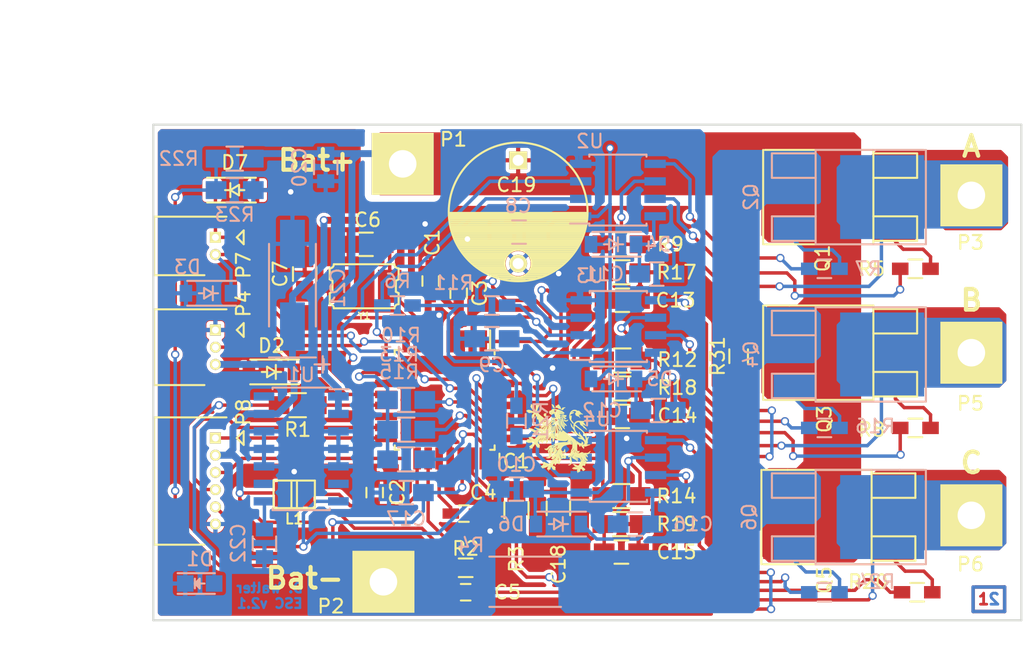
<source format=kicad_pcb>
(kicad_pcb (version 4) (host pcbnew 4.0.2-stable)
  (title_block (title "Brushless ESC") (date 2015-09-19) (rev 1.0) (company "Daniel Walter"))
  (layers (0 F.Cu signal) (31 B.Cu signal) (34 B.Paste user) (35 F.Paste user) (36 B.SilkS user) (37 F.SilkS user) (38 B.Mask user) (39 F.Mask user) (44 Edge.Cuts user))
  (net 0 "")
  (net 1 +5V)
  (net 2 GND)
  (net 3 "Net-(C6-Pad1)")
  (net 4 "Net-(C7-Pad2)")
  (net 5 +BATT)
  (net 6 "Net-(C11-Pad1)")
  (net 7 "Net-(C12-Pad1)")
  (net 8 /Controller/BEMF_A)
  (net 9 /Controller/BEMF_B)
  (net 10 /Controller/BEMF_C)
  (net 11 "Net-(C16-Pad1)")
  (net 12 "Net-(D1-Pad2)")
  (net 13 /Controller//SD_A)
  (net 14 /Controller/IN_B)
  (net 15 /Controller/BEMF_Center)
  (net 16 /Controller/V_Bat)
  (net 17 /Controller/IN_C)
  (net 18 /Controller/Reset)
  (net 19 "Net-(Q1-Pad1)")
  (net 20 "Net-(Q2-Pad1)")
  (net 21 "Net-(Q3-Pad1)")
  (net 22 "Net-(Q4-Pad1)")
  (net 23 "Net-(Q5-Pad1)")
  (net 24 "Net-(Q6-Pad1)")
  (net 25 "Net-(R5-Pad2)")
  (net 26 /Controller/IN_A)
  (net 27 /Controller/PWM)
  (net 28 "Net-(R7-Pad2)")
  (net 29 /Controller//SD_B)
  (net 30 /Controller//SD_C)
  (net 31 "Net-(R8-Pad2)")
  (net 32 "Net-(R16-Pad2)")
  (net 33 "Net-(R20-Pad2)")
  (net 34 "Net-(R24-Pad2)")
  (net 35 /Controller/PPM)
  (net 36 "Net-(IC1-Pad16)")
  (net 37 /Controller/BatCurrent+)
  (net 38 "Net-(IC1-Pad15)")
  (net 39 "Net-(IC1-Pad17)")
  (net 40 "Net-(C4-Pad1)")
  (net 41 /Power/Coil_A)
  (net 42 /Power/Coil_B)
  (net 43 /Power/Coil_C)
  (net 44 "Net-(Q2-Pad3)")
  (net 45 /Controller/T_Sense)
  (net 46 "Net-(IC1-Pad13)")
  (net 47 /Controller/SDA)
  (net 48 /Controller/SCL)
  (net 49 "Net-(C22-Pad1)")
  (net 50 "Net-(C2-Pad1)")
  (module Capacitors_SMD:C_0805_HandSoldering (layer F.Cu) (at 150.368 80.194)
    (fp_text reference C14 (at 4.0005 -0.057) (layer F.SilkS))
    (fp_text value 100nF)
    (pad 1 smd rect (at -1.25 0) (size 1.5 1.25) (layers F.Cu F.Paste F.Mask) (net 9 /Controller/BEMF_B))
    (pad 2 smd rect (at 1.25 0) (size 1.5 1.25) (layers F.Cu F.Paste F.Mask) (net 2 GND))
  )
  (module Capacitors_SMD:C_0805_HandSoldering (layer F.Cu) (at 131.7625 67.691 180)
    (fp_text reference C6 (at -0.127 1.778 180) (layer F.SilkS))
    (fp_text value 8pF)
    (pad 1 smd rect (at -1.25 0 180) (size 1.5 1.25) (layers F.Cu F.Paste F.Mask) (net 3 "Net-(C6-Pad1)"))
    (pad 2 smd rect (at 1.25 0 180) (size 1.5 1.25) (layers F.Cu F.Paste F.Mask) (net 2 GND))
  )
  (module Resistors_SMD:R_0603_HandSoldering (layer B.Cu) (at 134.0485 72.136)
    (fp_text reference R6 (at 0 -1.778) (layer B.SilkS) (effects (justify mirror)))
    (fp_text value 1k)
    (pad 1 smd rect (at -1.1 0) (size 1.2 0.9) (layers B.Cu B.Paste B.Mask) (net 26 /Controller/IN_A))
    (pad 2 smd rect (at 1.1 0) (size 1.2 0.9) (layers B.Cu B.Paste B.Mask) (net 27 /Controller/PWM))
  )
  (module Resistors_SMD:R_0603_HandSoldering (layer F.Cu) (at 171.7675 92.964 180)
    (fp_text reference R20 (at 3.556 0.762 180) (layer F.SilkS))
    (fp_text value 47R)
    (pad 1 smd rect (at -1.1 0 180) (size 1.2 0.9) (layers F.Cu F.Paste F.Mask) (net 23 "Net-(Q5-Pad1)"))
    (pad 2 smd rect (at 1.1 0 180) (size 1.2 0.9) (layers F.Cu F.Paste F.Mask) (net 33 "Net-(R20-Pad2)"))
  )
  (module Capacitors_SMD:C_0805_HandSoldering (layer B.Cu) (at 151.3205 88.011 180)
    (fp_text reference C16 (at -4.191 0 180) (layer B.SilkS) (effects (justify mirror)))
    (fp_text value 220nF)
    (pad 1 smd rect (at -1.25 0 180) (size 1.5 1.25) (layers B.Cu B.Paste B.Mask) (net 11 "Net-(C16-Pad1)"))
    (pad 2 smd rect (at 1.25 0 180) (size 1.5 1.25) (layers B.Cu B.Paste B.Mask) (net 43 /Power/Coil_C))
  )
  (module Capacitors_SMD:C_0805_HandSoldering (layer F.Cu) (at 127.3175 69.85 270)
    (fp_text reference C7 (at 0 1.778 270) (layer F.SilkS))
    (fp_text value 8pF)
    (pad 1 smd rect (at -1.25 0 270) (size 1.5 1.25) (layers F.Cu F.Paste F.Mask) (net 2 GND))
    (pad 2 smd rect (at 1.25 0 270) (size 1.5 1.25) (layers F.Cu F.Paste F.Mask) (net 4 "Net-(C7-Pad2)"))
  )
  (module Capacitors_SMD:C_0805_HandSoldering (layer B.Cu) (at 142.875 66.802 180)
    (fp_text reference C8 (at 0.0635 1.905 180) (layer B.SilkS) (effects (justify mirror)))
    (fp_text value 100nF)
    (pad 1 smd rect (at -1.25 0 180) (size 1.5 1.25) (layers B.Cu B.Paste B.Mask) (net 5 +BATT))
    (pad 2 smd rect (at 1.25 0 180) (size 1.5 1.25) (layers B.Cu B.Paste B.Mask) (net 2 GND))
  )
  (module Capacitors_SMD:C_0805_HandSoldering (layer B.Cu) (at 140.9065 74.549 180)
    (fp_text reference C9 (at 0 -1.905 180) (layer B.SilkS) (effects (justify mirror)))
    (fp_text value 100nF)
    (pad 1 smd rect (at -1.25 0 180) (size 1.5 1.25) (layers B.Cu B.Paste B.Mask) (net 5 +BATT))
    (pad 2 smd rect (at 1.25 0 180) (size 1.5 1.25) (layers B.Cu B.Paste B.Mask) (net 2 GND))
  )
  (module Capacitors_SMD:C_0805_HandSoldering (layer B.Cu) (at 142.6845 85.471 180)
    (fp_text reference C10 (at 0 1.778 180) (layer B.SilkS) (effects (justify mirror)))
    (fp_text value 100nF)
    (pad 1 smd rect (at -1.25 0 180) (size 1.5 1.25) (layers B.Cu B.Paste B.Mask) (net 5 +BATT))
    (pad 2 smd rect (at 1.25 0 180) (size 1.5 1.25) (layers B.Cu B.Paste B.Mask) (net 2 GND))
  )
  (module Capacitors_SMD:C_0805_HandSoldering (layer B.Cu) (at 152.8645 69.85)
    (fp_text reference C11 (at -3.81 0) (layer B.SilkS) (effects (justify mirror)))
    (fp_text value 220nF)
    (pad 1 smd rect (at -1.25 0) (size 1.5 1.25) (layers B.Cu B.Paste B.Mask) (net 6 "Net-(C11-Pad1)"))
    (pad 2 smd rect (at 1.25 0) (size 1.5 1.25) (layers B.Cu B.Paste B.Mask) (net 41 /Power/Coil_A))
  )
  (module Capacitors_SMD:C_0805_HandSoldering (layer B.Cu) (at 152.9715 79.756)
    (fp_text reference C12 (at -4.064 0) (layer B.SilkS) (effects (justify mirror)))
    (fp_text value 220nF)
    (pad 1 smd rect (at -1.25 0) (size 1.5 1.25) (layers B.Cu B.Paste B.Mask) (net 7 "Net-(C12-Pad1)"))
    (pad 2 smd rect (at 1.25 0) (size 1.5 1.25) (layers B.Cu B.Paste B.Mask) (net 42 /Power/Coil_B))
  )
  (module Capacitors_SMD:C_0805_HandSoldering (layer F.Cu) (at 150.368 71.755)
    (fp_text reference C13 (at 3.8735 0) (layer F.SilkS))
    (fp_text value 100nF)
    (pad 1 smd rect (at -1.25 0) (size 1.5 1.25) (layers F.Cu F.Paste F.Mask) (net 8 /Controller/BEMF_A))
    (pad 2 smd rect (at 1.25 0) (size 1.5 1.25) (layers F.Cu F.Paste F.Mask) (net 2 GND))
  )
  (module Capacitors_SMD:C_0805_HandSoldering (layer F.Cu) (at 150.3045 90.043)
    (fp_text reference C15 (at 4.0005 0) (layer F.SilkS))
    (fp_text value 100nF)
    (pad 1 smd rect (at -1.25 0) (size 1.5 1.25) (layers F.Cu F.Paste F.Mask) (net 10 /Controller/BEMF_C))
    (pad 2 smd rect (at 1.25 0) (size 1.5 1.25) (layers F.Cu F.Paste F.Mask) (net 2 GND))
  )
  (module LEDs:LED-0805 (layer B.Cu) (at 119.6975 92.329)
    (fp_text reference D1 (at 0 -1.778) (layer B.SilkS) (effects (justify mirror)))
    (fp_text value LED)
    (pad 2 smd rect (at 1.04902 0 180) (size 1.19888 1.19888) (layers B.Cu B.Paste B.Mask) (net 12 "Net-(D1-Pad2)"))
    (pad 1 smd rect (at -1.04902 0 180) (size 1.19888 1.19888) (layers B.Cu B.Paste B.Mask) (net 2 GND))
  )
  (module Resistors_SMD:R_0603_HandSoldering (layer F.Cu) (at 171.6405 69.469 180)
    (fp_text reference R5 (at 3.175 0 180) (layer F.SilkS))
    (fp_text value 47R)
    (pad 1 smd rect (at -1.1 0 180) (size 1.2 0.9) (layers F.Cu F.Paste F.Mask) (net 19 "Net-(Q1-Pad1)"))
    (pad 2 smd rect (at 1.1 0 180) (size 1.2 0.9) (layers F.Cu F.Paste F.Mask) (net 25 "Net-(R5-Pad2)"))
  )
  (module Resistors_SMD:R_0603_HandSoldering (layer B.Cu) (at 165.0365 69.469 180)
    (fp_text reference R7 (at -3.175 0 180) (layer B.SilkS) (effects (justify mirror)))
    (fp_text value 47R)
    (pad 1 smd rect (at -1.1 0 180) (size 1.2 0.9) (layers B.Cu B.Paste B.Mask) (net 20 "Net-(Q2-Pad1)"))
    (pad 2 smd rect (at 1.1 0 180) (size 1.2 0.9) (layers B.Cu B.Paste B.Mask) (net 28 "Net-(R7-Pad2)"))
  )
  (module Resistors_SMD:R_0603_HandSoldering (layer F.Cu) (at 171.6405 81.026 180)
    (fp_text reference R8 (at 3.175 -0.127 180) (layer F.SilkS))
    (fp_text value 47R)
    (pad 1 smd rect (at -1.1 0 180) (size 1.2 0.9) (layers F.Cu F.Paste F.Mask) (net 21 "Net-(Q3-Pad1)"))
    (pad 2 smd rect (at 1.1 0 180) (size 1.2 0.9) (layers F.Cu F.Paste F.Mask) (net 31 "Net-(R8-Pad2)"))
  )
  (module Resistors_SMD:R_0603_HandSoldering (layer B.Cu) (at 165.0365 81.026 180)
    (fp_text reference R16 (at -3.683 0.127 180) (layer B.SilkS) (effects (justify mirror)))
    (fp_text value 47R)
    (pad 1 smd rect (at -1.1 0 180) (size 1.2 0.9) (layers B.Cu B.Paste B.Mask) (net 22 "Net-(Q4-Pad1)"))
    (pad 2 smd rect (at 1.1 0 180) (size 1.2 0.9) (layers B.Cu B.Paste B.Mask) (net 32 "Net-(R16-Pad2)"))
  )
  (module Resistors_SMD:R_0603_HandSoldering (layer B.Cu) (at 142.6845 80.518 90)
    (fp_text reference R21 (at 0 1.778 90) (layer B.SilkS) (effects (justify mirror)))
    (fp_text value 1k)
    (pad 1 smd rect (at -1.1 0 90) (size 1.2 0.9) (layers B.Cu B.Paste B.Mask) (net 17 /Controller/IN_C))
    (pad 2 smd rect (at 1.1 0 90) (size 1.2 0.9) (layers B.Cu B.Paste B.Mask) (net 27 /Controller/PWM))
  )
  (module Resistors_SMD:R_0603_HandSoldering (layer B.Cu) (at 165.0365 92.964 180)
    (fp_text reference R24 (at -3.683 0.762 180) (layer B.SilkS) (effects (justify mirror)))
    (fp_text value 47R)
    (pad 1 smd rect (at -1.1 0 180) (size 1.2 0.9) (layers B.Cu B.Paste B.Mask) (net 24 "Net-(Q6-Pad1)"))
    (pad 2 smd rect (at 1.1 0 180) (size 1.2 0.9) (layers B.Cu B.Paste B.Mask) (net 34 "Net-(R24-Pad2)"))
  )
  (module Capacitors_SMD:C_0805_HandSoldering (layer B.Cu) (at 134.6835 85.725 180)
    (fp_text reference C17 (at 0 -1.905 180) (layer B.SilkS) (effects (justify mirror)))
    (fp_text value 100nF)
    (pad 1 smd rect (at -1.25 0 180) (size 1.5 1.25) (layers B.Cu B.Paste B.Mask) (net 16 /Controller/V_Bat))
    (pad 2 smd rect (at 1.25 0 180) (size 1.5 1.25) (layers B.Cu B.Paste B.Mask) (net 2 GND))
  )
  (module Capacitors_SMD:C_0805_HandSoldering (layer F.Cu) (at 145.7325 86.868 270)
    (fp_text reference C18 (at 4.064 0 270) (layer F.SilkS))
    (fp_text value 100nF)
    (pad 1 smd rect (at -1.25 0 270) (size 1.5 1.25) (layers F.Cu F.Paste F.Mask) (net 37 /Controller/BatCurrent+))
    (pad 2 smd rect (at 1.25 0 270) (size 1.5 1.25) (layers F.Cu F.Paste F.Mask) (net 2 GND))
  )
  (module Housings_QFP:TQFP-32_7x7mm_Pitch0.8mm (layer F.Cu) (at 137.4775 78.994 270)
    (fp_text reference IC1 (at 4.445 -4.953 360) (layer F.SilkS))
    (fp_text value ATMEGA88PA-A)
    (pad 1 smd rect (at -4.25 -2.8 270) (size 1.6 0.55) (layers F.Cu F.Paste F.Mask) (net 27 /Controller/PWM))
    (pad 2 smd rect (at -4.25 -2 270) (size 1.6 0.55) (layers F.Cu F.Paste F.Mask) (net 14 /Controller/IN_B))
    (pad 3 smd rect (at -4.25 -1.2 270) (size 1.6 0.55) (layers F.Cu F.Paste F.Mask) (net 2 GND))
    (pad 4 smd rect (at -4.25 -0.4 270) (size 1.6 0.55) (layers F.Cu F.Paste F.Mask) (net 1 +5V))
    (pad 5 smd rect (at -4.25 0.4 270) (size 1.6 0.55) (layers F.Cu F.Paste F.Mask) (net 2 GND))
    (pad 6 smd rect (at -4.25 1.2 270) (size 1.6 0.55) (layers F.Cu F.Paste F.Mask) (net 1 +5V))
    (pad 7 smd rect (at -4.25 2 270) (size 1.6 0.55) (layers F.Cu F.Paste F.Mask) (net 3 "Net-(C6-Pad1)"))
    (pad 8 smd rect (at -4.25 2.8 270) (size 1.6 0.55) (layers F.Cu F.Paste F.Mask) (net 4 "Net-(C7-Pad2)"))
    (pad 9 smd rect (at -2.8 4.25) (size 1.6 0.55) (layers F.Cu F.Paste F.Mask) (net 26 /Controller/IN_A))
    (pad 10 smd rect (at -2 4.25) (size 1.6 0.55) (layers F.Cu F.Paste F.Mask) (net 15 /Controller/BEMF_Center))
    (pad 11 smd rect (at -1.2 4.25) (size 1.6 0.55) (layers F.Cu F.Paste F.Mask) (net 13 /Controller//SD_A))
    (pad 12 smd rect (at -0.4 4.25) (size 1.6 0.55) (layers F.Cu F.Paste F.Mask) (net 35 /Controller/PPM))
    (pad 13 smd rect (at 0.4 4.25) (size 1.6 0.55) (layers F.Cu F.Paste F.Mask) (net 46 "Net-(IC1-Pad13)"))
    (pad 14 smd rect (at 1.2 4.25) (size 1.6 0.55) (layers F.Cu F.Paste F.Mask))
    (pad 15 smd rect (at 2 4.25) (size 1.6 0.55) (layers F.Cu F.Paste F.Mask) (net 38 "Net-(IC1-Pad15)"))
    (pad 16 smd rect (at 2.8 4.25) (size 1.6 0.55) (layers F.Cu F.Paste F.Mask) (net 36 "Net-(IC1-Pad16)"))
    (pad 17 smd rect (at 4.25 2.8 270) (size 1.6 0.55) (layers F.Cu F.Paste F.Mask) (net 39 "Net-(IC1-Pad17)"))
    (pad 18 smd rect (at 4.25 2 270) (size 1.6 0.55) (layers F.Cu F.Paste F.Mask) (net 50 "Net-(C2-Pad1)"))
    (pad 19 smd rect (at 4.25 1.2 270) (size 1.6 0.55) (layers F.Cu F.Paste F.Mask) (net 45 /Controller/T_Sense))
    (pad 20 smd rect (at 4.25 0.4 270) (size 1.6 0.55) (layers F.Cu F.Paste F.Mask) (net 40 "Net-(C4-Pad1)"))
    (pad 21 smd rect (at 4.25 -0.4 270) (size 1.6 0.55) (layers F.Cu F.Paste F.Mask) (net 2 GND))
    (pad 22 smd rect (at 4.25 -1.2 270) (size 1.6 0.55) (layers F.Cu F.Paste F.Mask) (net 16 /Controller/V_Bat))
    (pad 23 smd rect (at 4.25 -2 270) (size 1.6 0.55) (layers F.Cu F.Paste F.Mask) (net 37 /Controller/BatCurrent+))
    (pad 24 smd rect (at 4.25 -2.8 270) (size 1.6 0.55) (layers F.Cu F.Paste F.Mask) (net 10 /Controller/BEMF_C))
    (pad 25 smd rect (at 2.8 -4.25) (size 1.6 0.55) (layers F.Cu F.Paste F.Mask) (net 9 /Controller/BEMF_B))
    (pad 26 smd rect (at 2 -4.25) (size 1.6 0.55) (layers F.Cu F.Paste F.Mask) (net 8 /Controller/BEMF_A))
    (pad 27 smd rect (at 1.2 -4.25) (size 1.6 0.55) (layers F.Cu F.Paste F.Mask) (net 47 /Controller/SDA))
    (pad 28 smd rect (at 0.4 -4.25) (size 1.6 0.55) (layers F.Cu F.Paste F.Mask) (net 48 /Controller/SCL))
    (pad 29 smd rect (at -0.4 -4.25) (size 1.6 0.55) (layers F.Cu F.Paste F.Mask) (net 18 /Controller/Reset))
    (pad 30 smd rect (at -1.2 -4.25) (size 1.6 0.55) (layers F.Cu F.Paste F.Mask) (net 30 /Controller//SD_C))
    (pad 31 smd rect (at -2 -4.25) (size 1.6 0.55) (layers F.Cu F.Paste F.Mask) (net 17 /Controller/IN_C))
    (pad 32 smd rect (at -2.8 -4.25) (size 1.6 0.55) (layers F.Cu F.Paste F.Mask) (net 29 /Controller//SD_B))
  )
  (module Resistors_SMD:R_0805_HandSoldering (layer F.Cu) (at 126.8095 79.375)
    (fp_text reference R1 (at 0 1.778) (layer F.SilkS))
    (fp_text value 220R)
    (pad 1 smd rect (at -1.35 0) (size 1.5 1.3) (layers F.Cu F.Paste F.Mask) (net 12 "Net-(D1-Pad2)"))
    (pad 2 smd rect (at 1.35 0) (size 1.5 1.3) (layers F.Cu F.Paste F.Mask) (net 46 "Net-(IC1-Pad13)"))
  )
  (module Resistors_SMD:R_0805_HandSoldering (layer F.Cu) (at 142.6845 86.995 90)
    (fp_text reference R3 (at -3.556 0 90) (layer F.SilkS))
    (fp_text value 680R)
    (pad 1 smd rect (at -1.35 0 90) (size 1.5 1.3) (layers F.Cu F.Paste F.Mask) (net 44 "Net-(Q2-Pad3)"))
    (pad 2 smd rect (at 1.35 0 90) (size 1.5 1.3) (layers F.Cu F.Paste F.Mask) (net 37 /Controller/BatCurrent+))
  )
  (module Resistors_SMD:R_2512_HandSoldering (layer B.Cu) (at 143.3195 92.202)
    (fp_text reference R4 (at -3.937 -2.667) (layer B.SilkS) (effects (justify mirror)))
    (fp_text value 0R02/5W)
    (pad 1 smd rect (at -3.95 0) (size 2.7 3.2) (layers B.Cu B.Paste B.Mask) (net 2 GND))
    (pad 2 smd rect (at 3.95 0) (size 2.7 3.2) (layers B.Cu B.Paste B.Mask) (net 44 "Net-(Q2-Pad3)"))
  )
  (module Resistors_SMD:R_0805_HandSoldering (layer F.Cu) (at 150.3045 67.691)
    (fp_text reference R9 (at 3.556 0) (layer F.SilkS))
    (fp_text value 4k7)
    (pad 1 smd rect (at -1.35 0) (size 1.5 1.3) (layers F.Cu F.Paste F.Mask) (net 8 /Controller/BEMF_A))
    (pad 2 smd rect (at 1.35 0) (size 1.5 1.3) (layers F.Cu F.Paste F.Mask) (net 41 /Power/Coil_A))
  )
  (module Resistors_SMD:R_0805_HandSoldering (layer B.Cu) (at 134.6835 78.994)
    (fp_text reference R10 (at -0.381 -4.699) (layer B.SilkS) (effects (justify mirror)))
    (fp_text value 4k7)
    (pad 1 smd rect (at -1.35 0) (size 1.5 1.3) (layers B.Cu B.Paste B.Mask) (net 15 /Controller/BEMF_Center))
    (pad 2 smd rect (at 1.35 0) (size 1.5 1.3) (layers B.Cu B.Paste B.Mask) (net 8 /Controller/BEMF_A))
  )
  (module Resistors_SMD:R_0805_HandSoldering (layer F.Cu) (at 150.368 76.13)
    (fp_text reference R12 (at 4.0005 -0.057) (layer F.SilkS))
    (fp_text value 4k7)
    (pad 1 smd rect (at -1.35 0) (size 1.5 1.3) (layers F.Cu F.Paste F.Mask) (net 9 /Controller/BEMF_B))
    (pad 2 smd rect (at 1.35 0) (size 1.5 1.3) (layers F.Cu F.Paste F.Mask) (net 42 /Power/Coil_B))
  )
  (module Resistors_SMD:R_0805_HandSoldering (layer B.Cu) (at 134.6835 81.153)
    (fp_text reference R13 (at -0.508 -5.461) (layer B.SilkS) (effects (justify mirror)))
    (fp_text value 4k7)
    (pad 1 smd rect (at -1.35 0) (size 1.5 1.3) (layers B.Cu B.Paste B.Mask) (net 15 /Controller/BEMF_Center))
    (pad 2 smd rect (at 1.35 0) (size 1.5 1.3) (layers B.Cu B.Paste B.Mask) (net 9 /Controller/BEMF_B))
  )
  (module Resistors_SMD:R_0805_HandSoldering (layer F.Cu) (at 150.3045 85.979)
    (fp_text reference R14 (at 4.0005 0) (layer F.SilkS))
    (fp_text value 4k7)
    (pad 1 smd rect (at -1.35 0) (size 1.5 1.3) (layers F.Cu F.Paste F.Mask) (net 10 /Controller/BEMF_C))
    (pad 2 smd rect (at 1.35 0) (size 1.5 1.3) (layers F.Cu F.Paste F.Mask) (net 43 /Power/Coil_C))
  )
  (module Resistors_SMD:R_0805_HandSoldering (layer B.Cu) (at 134.6835 83.312)
    (fp_text reference R15 (at -0.508 -6.35) (layer B.SilkS) (effects (justify mirror)))
    (fp_text value 4k7)
    (pad 1 smd rect (at -1.35 0) (size 1.5 1.3) (layers B.Cu B.Paste B.Mask) (net 15 /Controller/BEMF_Center))
    (pad 2 smd rect (at 1.35 0) (size 1.5 1.3) (layers B.Cu B.Paste B.Mask) (net 10 /Controller/BEMF_C))
  )
  (module Resistors_SMD:R_0805_HandSoldering (layer F.Cu) (at 150.3045 69.723 180)
    (fp_text reference R17 (at -4.0005 0 180) (layer F.SilkS))
    (fp_text value 4k7)
    (pad 1 smd rect (at -1.35 0 180) (size 1.5 1.3) (layers F.Cu F.Paste F.Mask) (net 2 GND))
    (pad 2 smd rect (at 1.35 0 180) (size 1.5 1.3) (layers F.Cu F.Paste F.Mask) (net 8 /Controller/BEMF_A))
  )
  (module Resistors_SMD:R_0805_HandSoldering (layer F.Cu) (at 150.368 78.162 180)
    (fp_text reference R18 (at -4.0005 0.057 180) (layer F.SilkS))
    (fp_text value 4k7)
    (pad 1 smd rect (at -1.35 0 180) (size 1.5 1.3) (layers F.Cu F.Paste F.Mask) (net 2 GND))
    (pad 2 smd rect (at 1.35 0 180) (size 1.5 1.3) (layers F.Cu F.Paste F.Mask) (net 9 /Controller/BEMF_B))
  )
  (module Resistors_SMD:R_0805_HandSoldering (layer F.Cu) (at 150.3045 88.011 180)
    (fp_text reference R19 (at -4.0005 0 180) (layer F.SilkS))
    (fp_text value 4k7)
    (pad 1 smd rect (at -1.35 0 180) (size 1.5 1.3) (layers F.Cu F.Paste F.Mask) (net 2 GND))
    (pad 2 smd rect (at 1.35 0 180) (size 1.5 1.3) (layers F.Cu F.Paste F.Mask) (net 10 /Controller/BEMF_C))
  )
  (module Resistors_SMD:R_0805_HandSoldering (layer B.Cu) (at 122.2375 61.468)
    (fp_text reference R22 (at -4.064 0) (layer B.SilkS) (effects (justify mirror)))
    (fp_text value 1k5)
    (pad 1 smd rect (at -1.35 0) (size 1.5 1.3) (layers B.Cu B.Paste B.Mask) (net 16 /Controller/V_Bat))
    (pad 2 smd rect (at 1.35 0) (size 1.5 1.3) (layers B.Cu B.Paste B.Mask) (net 5 +BATT))
  )
  (module Resistors_SMD:R_0805_HandSoldering (layer B.Cu) (at 122.2375 63.754 180)
    (fp_text reference R23 (at 0 -1.778 180) (layer B.SilkS) (effects (justify mirror)))
    (fp_text value 470R)
    (pad 1 smd rect (at -1.35 0 180) (size 1.5 1.3) (layers B.Cu B.Paste B.Mask) (net 2 GND))
    (pad 2 smd rect (at 1.35 0 180) (size 1.5 1.3) (layers B.Cu B.Paste B.Mask) (net 16 /Controller/V_Bat))
  )
  (module Resistors_SMD:R_0603_HandSoldering (layer B.Cu) (at 140.9065 72.136 180)
    (fp_text reference R11 (at 2.794 1.651 180) (layer B.SilkS) (effects (justify mirror)))
    (fp_text value 1k)
    (pad 1 smd rect (at -1.1 0 180) (size 1.2 0.9) (layers B.Cu B.Paste B.Mask) (net 14 /Controller/IN_B))
    (pad 2 smd rect (at 1.1 0 180) (size 1.2 0.9) (layers B.Cu B.Paste B.Mask) (net 27 /Controller/PWM))
  )
  (module w_crystal:crystal_smd_5x3.2mm (layer F.Cu) (at 131.6355 70.739 180)
    (fp_text reference Y1 (at 0 -2.159 180) (layer F.SilkS) (effects (font (size 0.49784 0.49784) (thickness 0.09906))))
    (fp_text value 20Mhz hide)
    (pad 1 smd rect (at -1.85 0 180) (size 1.7 2.4) (layers F.Cu F.Paste F.Mask) (net 3 "Net-(C6-Pad1)"))
    (pad 2 smd rect (at 1.85 0 180) (size 1.7 2.4) (layers F.Cu F.Paste F.Mask) (net 4 "Net-(C7-Pad2)"))
  )
  (module w_smd_inductors:inductor_smd_0805 (layer F.Cu) (at 126.5555 85.852 180)
    (fp_text reference L1 (at 0 -1.778 180) (layer F.SilkS) (effects (font (size 0.7493 0.7493) (thickness 0.14986))))
    (fp_text value 10µH hide)
    (pad 1 smd rect (at -0.889 0 180) (size 1.016 1.778) (layers F.Cu F.Paste F.Mask) (net 50 "Net-(C2-Pad1)"))
    (pad 2 smd rect (at 0.889 0 180) (size 1.016 1.778) (layers F.Cu F.Paste F.Mask) (net 1 +5V))
  )
  (module Capacitors_SMD:C_0603_HandSoldering (layer F.Cu) (at 136.4615 70.358 90)
    (fp_text reference C1 (at 2.794 0.127 90) (layer F.SilkS))
    (fp_text value 100nF)
    (pad 1 smd rect (at -0.95 0 90) (size 1.2 0.75) (layers F.Cu F.Paste F.Mask) (net 1 +5V))
    (pad 2 smd rect (at 0.95 0 90) (size 1.2 0.75) (layers F.Cu F.Paste F.Mask) (net 2 GND))
  )
  (module Capacitors_SMD:C_0603_HandSoldering (layer F.Cu) (at 132.3975 85.725 90)
    (fp_text reference C2 (at 0 1.651 90) (layer F.SilkS))
    (fp_text value 100nF)
    (pad 1 smd rect (at -0.95 0 90) (size 1.2 0.75) (layers F.Cu F.Paste F.Mask) (net 50 "Net-(C2-Pad1)"))
    (pad 2 smd rect (at 0.95 0 90) (size 1.2 0.75) (layers F.Cu F.Paste F.Mask) (net 2 GND))
  )
  (module Capacitors_SMD:C_0603_HandSoldering (layer F.Cu) (at 138.4935 71.247 90)
    (fp_text reference C3 (at 0 1.524 90) (layer F.SilkS))
    (fp_text value 100nF)
    (pad 1 smd rect (at -0.95 0 90) (size 1.2 0.75) (layers F.Cu F.Paste F.Mask) (net 1 +5V))
    (pad 2 smd rect (at 0.95 0 90) (size 1.2 0.75) (layers F.Cu F.Paste F.Mask) (net 2 GND))
  )
  (module Capacitors_SMD:C_0603_HandSoldering (layer F.Cu) (at 138.8745 87.249)
    (fp_text reference C4 (at 1.397 -1.524) (layer F.SilkS))
    (fp_text value 100nF)
    (pad 1 smd rect (at -0.95 0) (size 1.2 0.75) (layers F.Cu F.Paste F.Mask) (net 40 "Net-(C4-Pad1)"))
    (pad 2 smd rect (at 0.95 0) (size 1.2 0.75) (layers F.Cu F.Paste F.Mask) (net 2 GND))
  )
  (module Wire_Pads:SolderWirePad_single_2mmDrill (layer F.Cu) (at 116.713 92.075)
    (fp_text reference P2 hide)
    (fp_text value Battery-)
  )
  (module Wire_Pads:SolderWirePad_single_2mmDrill (layer F.Cu) (at 134.4295 61.849)
    (fp_text reference P1 (at 3.683 -1.778) (layer F.SilkS))
    (fp_text value Battery+)
    (pad 1 thru_hole rect (at 0 0) (size 4.50088 4.50088) (drill 2) (layers *.Cu *.Mask F.SilkS) (net 5 +BATT) (clearance 0.5))
  )
  (module Wire_Pads:SolderWirePad_single_2mmDrill (layer F.Cu) (at 175.7045 64.135)
    (fp_text reference P3 (at -0.0635 3.429) (layer F.SilkS))
    (fp_text value Coil_A)
    (pad 1 thru_hole rect (at 0 0) (size 4.50088 4.50088) (drill 1.99898) (layers *.Cu *.Mask F.SilkS) (net 41 /Power/Coil_A))
  )
  (module Wire_Pads:SolderWirePad_single_2mmDrill (layer F.Cu) (at 175.7045 75.565)
    (fp_text reference P5 (at -0.0635 3.683) (layer F.SilkS))
    (fp_text value Coil_B)
    (pad 1 thru_hole rect (at 0 0) (size 4.50088 4.50088) (drill 1.99898) (layers *.Cu *.Mask F.SilkS) (net 42 /Power/Coil_B))
  )
  (module Wire_Pads:SolderWirePad_single_2mmDrill (layer F.Cu) (at 175.7045 87.376)
    (fp_text reference P6 (at -0.0635 3.556) (layer F.SilkS))
    (fp_text value Coil_C)
    (pad 1 thru_hole rect (at 0 0) (size 4.50088 4.50088) (drill 1.99898) (layers *.Cu *.Mask F.SilkS) (net 43 /Power/Coil_C))
  )
  (module Wire_Pads:SolderWirePad_single_2mmDrill (layer F.Cu) (at 133.0325 92.202)
    (fp_text reference P2 (at -3.81 1.778) (layer F.SilkS))
    (fp_text value Battery-)
    (pad 1 thru_hole rect (at 0 0) (size 4.50088 4.50088) (drill 2) (layers *.Cu *.Mask F.SilkS) (net 2 GND))
  )
  (module Capacitors_SMD:C_0603_HandSoldering (layer F.Cu) (at 139.0015 92.964 180)
    (fp_text reference C5 (at -3.048 0 180) (layer F.SilkS))
    (fp_text value 100nF)
    (pad 1 smd rect (at -0.95 0 180) (size 1.2 0.75) (layers F.Cu F.Paste F.Mask) (net 45 /Controller/T_Sense))
    (pad 2 smd rect (at 0.95 0 180) (size 1.2 0.75) (layers F.Cu F.Paste F.Mask) (net 2 GND))
  )
  (module Resistors_SMD:R_0603_HandSoldering (layer F.Cu) (at 139.0015 91.186 180)
    (fp_text reference R2 (at 0 1.397 180) (layer F.SilkS))
    (fp_text value 1k5)
    (pad 1 smd rect (at -1.1 0 180) (size 1.2 0.9) (layers F.Cu F.Paste F.Mask) (net 45 /Controller/T_Sense))
    (pad 2 smd rect (at 1.1 0 180) (size 1.2 0.9) (layers F.Cu F.Paste F.Mask) (net 1 +5V))
  )
  (module Resistors_SMD:R_0603_HandSoldering (layer F.Cu) (at 158.8135 75.819 270)
    (fp_text reference R31 (at 0 1.524 270) (layer F.SilkS))
    (fp_text value 470R)
    (pad 1 smd rect (at -1.1 0 270) (size 1.2 0.9) (layers F.Cu F.Paste F.Mask) (net 2 GND))
    (pad 2 smd rect (at 1.1 0 270) (size 1.2 0.9) (layers F.Cu F.Paste F.Mask) (net 45 /Controller/T_Sense))
  )
  (module Capacitors_SMD:C_0805 (layer B.Cu) (at 128.8415 62.103 270)
    (fp_text reference C20 (at 0 1.905 270) (layer B.SilkS) (effects (justify mirror)))
    (fp_text value 470nF)
    (pad 1 smd rect (at -1 0 270) (size 1 1.25) (layers B.Cu B.Paste B.Mask) (net 5 +BATT))
    (pad 2 smd rect (at 1 0 270) (size 1 1.25) (layers B.Cu B.Paste B.Mask) (net 2 GND))
  )
  (module Capacitors_Tantalum_SMD:TantalC_SizeC_EIA-6032_HandSoldering (layer B.Cu) (at 126.4285 70.66026 90)
    (fp_text reference C21 (at -0.20066 3.29946 90) (layer B.SilkS) (effects (justify mirror)))
    (fp_text value 22µF)
    (fp_text user + (at -5.75056 2.19964 90) (layer B.SilkS) (effects (justify mirror)))
    (pad 2 smd rect (at 2.99974 0 90) (size 3.50012 1.80086) (layers B.Cu B.Paste B.Mask) (net 2 GND))
    (pad 1 smd rect (at -2.99974 0 90) (size 3.50012 1.80086) (layers B.Cu B.Paste B.Mask) (net 1 +5V))
  )
  (module Capacitors_SMD:C_0805 (layer B.Cu) (at 124.3965 89.408 270)
    (fp_text reference C22 (at 0 1.905 270) (layer B.SilkS) (effects (justify mirror)))
    (fp_text value 100nF)
    (pad 1 smd rect (at -1 0 270) (size 1 1.25) (layers B.Cu B.Paste B.Mask) (net 49 "Net-(C22-Pad1)"))
    (pad 2 smd rect (at 1 0 270) (size 1 1.25) (layers B.Cu B.Paste B.Mask) (net 2 GND))
  )
  (module Diodes_SMD:SOD-123 (layer F.Cu) (at 124.9045 76.962 180)
    (fp_text reference D2 (at 0 1.905 180) (layer F.SilkS))
    (fp_text value ZENER)
    (pad 1 smd rect (at -1.635 0 180) (size 0.91 1.22) (layers F.Cu F.Paste F.Mask) (net 35 /Controller/PPM))
    (pad 2 smd rect (at 1.635 0 180) (size 0.91 1.22) (layers F.Cu F.Paste F.Mask) (net 2 GND))
  )
  (module Diodes_SMD:SOD-123 (layer B.Cu) (at 120.3325 71.247 180)
    (fp_text reference D3 (at 1.524 1.905 180) (layer B.SilkS) (effects (justify mirror)))
    (fp_text value ZENER)
    (pad 1 smd rect (at -1.635 0 180) (size 0.91 1.22) (layers B.Cu B.Paste B.Mask) (net 47 /Controller/SDA))
    (pad 2 smd rect (at 1.635 0 180) (size 0.91 1.22) (layers B.Cu B.Paste B.Mask) (net 2 GND))
  )
  (module Diodes_SMD:SOD-123 (layer F.Cu) (at 122.2375 63.754)
    (fp_text reference D7 (at 0 -2) (layer F.SilkS))
    (fp_text value ZENER)
    (pad 1 smd rect (at -1.635 0) (size 0.91 1.22) (layers F.Cu F.Paste F.Mask) (net 48 /Controller/SCL))
    (pad 2 smd rect (at 1.635 0) (size 0.91 1.22) (layers F.Cu F.Paste F.Mask) (net 2 GND))
  )
  (module Housings_SOIC:SOIC-14_3.9x8.7mm_Pitch1.27mm (layer B.Cu) (at 127.0635 82.55 180)
    (fp_text reference U1 (at 0 5.375 180) (layer B.SilkS) (effects (justify mirror)))
    (fp_text value TLE4267)
    (pad 1 smd rect (at -2.7 3.81 180) (size 1.5 0.6) (layers B.Cu B.Paste B.Mask) (net 5 +BATT))
    (pad 2 smd rect (at -2.7 2.54 180) (size 1.5 0.6) (layers B.Cu B.Paste B.Mask) (net 5 +BATT))
    (pad 3 smd rect (at -2.7 1.27 180) (size 1.5 0.6) (layers B.Cu B.Paste B.Mask) (net 2 GND))
    (pad 4 smd rect (at -2.7 0 180) (size 1.5 0.6) (layers B.Cu B.Paste B.Mask) (net 2 GND))
    (pad 5 smd rect (at -2.7 -1.27 180) (size 1.5 0.6) (layers B.Cu B.Paste B.Mask) (net 2 GND))
    (pad 6 smd rect (at -2.7 -2.54 180) (size 1.5 0.6) (layers B.Cu B.Paste B.Mask))
    (pad 7 smd rect (at -2.7 -3.81 180) (size 1.5 0.6) (layers B.Cu B.Paste B.Mask) (net 18 /Controller/Reset))
    (pad 8 smd rect (at 2.7 -3.81 180) (size 1.5 0.6) (layers B.Cu B.Paste B.Mask) (net 49 "Net-(C22-Pad1)"))
    (pad 9 smd rect (at 2.7 -2.54 180) (size 1.5 0.6) (layers B.Cu B.Paste B.Mask))
    (pad 10 smd rect (at 2.7 -1.27 180) (size 1.5 0.6) (layers B.Cu B.Paste B.Mask) (net 2 GND))
    (pad 11 smd rect (at 2.7 0 180) (size 1.5 0.6) (layers B.Cu B.Paste B.Mask) (net 2 GND))
    (pad 12 smd rect (at 2.7 1.27 180) (size 1.5 0.6) (layers B.Cu B.Paste B.Mask) (net 2 GND))
    (pad 13 smd rect (at 2.7 2.54 180) (size 1.5 0.6) (layers B.Cu B.Paste B.Mask) (net 1 +5V))
    (pad 14 smd rect (at 2.7 3.81 180) (size 1.5 0.6) (layers B.Cu B.Paste B.Mask))
  )
  (module Capacitors_ThroughHole:C_Radial_D10_L20_P7.5 (layer F.Cu) (at 142.8115 61.588 270)
    (fp_text reference C19 (at 1.785 0.127 360) (layer F.SilkS))
    (fp_text value 1000µF)
    (pad 1 thru_hole rect (at 0 0 270) (size 1.3 1.3) (drill 0.8) (layers *.Cu *.Mask F.SilkS) (net 5 +BATT))
    (pad 2 thru_hole circle (at 7.5 0 270) (size 1.3 1.3) (drill 0.8) (layers *.Cu *.Mask F.SilkS) (net 2 GND))
  )
  (module Connectors_Molex:Molex_PicoBlade_53048-0310 (layer F.Cu) (at 120.8405 73.914 270)
    (fp_text reference P4 (at -1.905 -2.032 270) (layer F.SilkS))
    (fp_text value PPM)
    (pad 1 thru_hole rect (at 0 0 270) (size 0.8 0.8) (drill 0.5) (layers *.Cu *.Mask F.SilkS) (net 2 GND))
    (pad 2 thru_hole oval (at 1.25 0 270) (size 0.8 0.8) (drill 0.5) (layers *.Cu *.Mask F.SilkS) (net 35 /Controller/PPM))
    (pad 3 thru_hole oval (at 2.5 0 270) (size 0.8 0.8) (drill 0.5) (layers *.Cu *.Mask F.SilkS) (net 1 +5V))
  )
  (module Connectors_Molex:Molex_PicoBlade_53048-0210 (layer F.Cu) (at 120.8405 67.183 270)
    (fp_text reference P7 (at 2.032 -2.032 270) (layer F.SilkS))
    (fp_text value I2C)
    (pad 1 thru_hole rect (at 0 0 270) (size 0.8 0.8) (drill 0.5) (layers *.Cu *.Mask F.SilkS) (net 48 /Controller/SCL))
    (pad 2 thru_hole oval (at 1.25 0 270) (size 0.8 0.8) (drill 0.5) (layers *.Cu *.Mask F.SilkS) (net 47 /Controller/SDA))
  )
  (module Connectors_Molex:Molex_PicoBlade_53048-0610 (layer F.Cu) (at 120.8405 81.761 270)
    (fp_text reference P8 (at -1.878 -2.032 270) (layer F.SilkS))
    (fp_text value ISP)
    (pad 1 thru_hole rect (at 0 0 270) (size 0.8 0.8) (drill 0.5) (layers *.Cu *.Mask F.SilkS) (net 36 "Net-(IC1-Pad16)"))
    (pad 2 thru_hole oval (at 1.25 0 270) (size 0.8 0.8) (drill 0.5) (layers *.Cu *.Mask F.SilkS) (net 1 +5V))
    (pad 3 thru_hole oval (at 2.5 0 270) (size 0.8 0.8) (drill 0.5) (layers *.Cu *.Mask F.SilkS) (net 39 "Net-(IC1-Pad17)"))
    (pad 4 thru_hole oval (at 3.75 0 270) (size 0.8 0.8) (drill 0.5) (layers *.Cu *.Mask F.SilkS) (net 38 "Net-(IC1-Pad15)"))
    (pad 5 thru_hole oval (at 5 0 270) (size 0.8 0.8) (drill 0.5) (layers *.Cu *.Mask F.SilkS) (net 18 /Controller/Reset))
    (pad 6 thru_hole oval (at 6.25 0 270) (size 0.8 0.8) (drill 0.5) (layers *.Cu *.Mask F.SilkS) (net 2 GND))
  )
  (module Diodes_SMD:SOD-123 (layer B.Cu) (at 149.733 67.691 180)
    (fp_text reference D4 (at -3.2385 0 180) (layer B.SilkS) (effects (justify mirror)))
    (fp_text value BAS21)
    (pad 1 smd rect (at -1.635 0 180) (size 0.91 1.22) (layers B.Cu B.Paste B.Mask) (net 6 "Net-(C11-Pad1)"))
    (pad 2 smd rect (at 1.635 0 180) (size 0.91 1.22) (layers B.Cu B.Paste B.Mask) (net 5 +BATT))
  )
  (module Diodes_SMD:SOD-123 (layer B.Cu) (at 149.733 77.47 180)
    (fp_text reference D5 (at -3.3655 0 180) (layer B.SilkS) (effects (justify mirror)))
    (fp_text value BAS21)
    (pad 1 smd rect (at -1.635 0 180) (size 0.91 1.22) (layers B.Cu B.Paste B.Mask) (net 7 "Net-(C12-Pad1)"))
    (pad 2 smd rect (at 1.635 0 180) (size 0.91 1.22) (layers B.Cu B.Paste B.Mask) (net 5 +BATT))
  )
  (module Diodes_SMD:SOD-123 (layer B.Cu) (at 145.7325 88.011 180)
    (fp_text reference D6 (at 3.429 0 180) (layer B.SilkS) (effects (justify mirror)))
    (fp_text value BAS21)
    (pad 1 smd rect (at -1.635 0 180) (size 0.91 1.22) (layers B.Cu B.Paste B.Mask) (net 11 "Net-(C16-Pad1)"))
    (pad 2 smd rect (at 1.635 0 180) (size 0.91 1.22) (layers B.Cu B.Paste B.Mask) (net 5 +BATT))
  )
  (module TO_SOT_Packages_SMD:TO-252-2Lead (layer F.Cu) (at 170.1165 64.262 90)
    (fp_text reference Q1 (at -4.445 -5.207 90) (layer F.SilkS))
    (fp_text value IRL7843)
    (pad 1 smd rect (at -2.286 0 90) (size 1.651 3.048) (layers F.Cu F.Paste F.Mask) (net 19 "Net-(Q1-Pad1)"))
    (pad 2 smd rect (at 0 -6.35 90) (size 6.096 6.096) (layers F.Cu F.Paste F.Mask) (net 5 +BATT))
    (pad 3 smd rect (at 2.286 0 90) (size 1.651 3.048) (layers F.Cu F.Paste F.Mask) (net 41 /Power/Coil_A))
  )
  (module TO_SOT_Packages_SMD:TO-252-2Lead (layer B.Cu) (at 162.8775 64.262 90)
    (fp_text reference Q2 (at 0 -3.175 90) (layer B.SilkS) (effects (justify mirror)))
    (fp_text value IRL7843)
    (pad 1 smd rect (at -2.286 0 90) (size 1.651 3.048) (layers B.Cu B.Paste B.Mask) (net 20 "Net-(Q2-Pad1)"))
    (pad 2 smd rect (at 0 6.35 90) (size 6.096 6.096) (layers B.Cu B.Paste B.Mask) (net 41 /Power/Coil_A))
    (pad 3 smd rect (at 2.286 0 90) (size 1.651 3.048) (layers B.Cu B.Paste B.Mask) (net 44 "Net-(Q2-Pad3)"))
  )
  (module TO_SOT_Packages_SMD:TO-252-2Lead (layer F.Cu) (at 170.1165 75.565 90)
    (fp_text reference Q3 (at -4.826 -5.08 90) (layer F.SilkS))
    (fp_text value IRL7843)
    (pad 1 smd rect (at -2.286 0 90) (size 1.651 3.048) (layers F.Cu F.Paste F.Mask) (net 21 "Net-(Q3-Pad1)"))
    (pad 2 smd rect (at 0 -6.35 90) (size 6.096 6.096) (layers F.Cu F.Paste F.Mask) (net 5 +BATT))
    (pad 3 smd rect (at 2.286 0 90) (size 1.651 3.048) (layers F.Cu F.Paste F.Mask) (net 42 /Power/Coil_B))
  )
  (module TO_SOT_Packages_SMD:TO-252-2Lead (layer B.Cu) (at 162.8775 75.692 90)
    (fp_text reference Q4 (at 0 -3.175 90) (layer B.SilkS) (effects (justify mirror)))
    (fp_text value IRL7843)
    (pad 1 smd rect (at -2.286 0 90) (size 1.651 3.048) (layers B.Cu B.Paste B.Mask) (net 22 "Net-(Q4-Pad1)"))
    (pad 2 smd rect (at 0 6.35 90) (size 6.096 6.096) (layers B.Cu B.Paste B.Mask) (net 42 /Power/Coil_B))
    (pad 3 smd rect (at 2.286 0 90) (size 1.651 3.048) (layers B.Cu B.Paste B.Mask) (net 44 "Net-(Q2-Pad3)"))
  )
  (module TO_SOT_Packages_SMD:TO-252-2Lead (layer F.Cu) (at 169.9895 87.503 90)
    (fp_text reference Q5 (at -4.572 -4.953 90) (layer F.SilkS))
    (fp_text value IRL7843)
    (pad 1 smd rect (at -2.286 0 90) (size 1.651 3.048) (layers F.Cu F.Paste F.Mask) (net 23 "Net-(Q5-Pad1)"))
    (pad 2 smd rect (at 0 -6.35 90) (size 6.096 6.096) (layers F.Cu F.Paste F.Mask) (net 5 +BATT))
    (pad 3 smd rect (at 2.286 0 90) (size 1.651 3.048) (layers F.Cu F.Paste F.Mask) (net 43 /Power/Coil_C))
  )
  (module TO_SOT_Packages_SMD:TO-252-2Lead (layer B.Cu) (at 162.8775 87.503 90)
    (fp_text reference Q6 (at 0 -3.302 90) (layer B.SilkS) (effects (justify mirror)))
    (fp_text value IRL7843)
    (pad 1 smd rect (at -2.286 0 90) (size 1.651 3.048) (layers B.Cu B.Paste B.Mask) (net 24 "Net-(Q6-Pad1)"))
    (pad 2 smd rect (at 0 6.35 90) (size 6.096 6.096) (layers B.Cu B.Paste B.Mask) (net 43 /Power/Coil_C))
    (pad 3 smd rect (at 2.286 0 90) (size 1.651 3.048) (layers B.Cu B.Paste B.Mask) (net 44 "Net-(Q2-Pad3)"))
  )
  (module Housings_SOIC:SOIC-8_3.9x4.9mm_Pitch1.27mm (layer B.Cu) (at 150.0505 63.754)
    (fp_text reference U2 (at -2.032 -3.556) (layer B.SilkS) (effects (justify mirror)))
    (fp_text value IR2104)
    (pad 1 smd rect (at -2.7 1.905) (size 1.55 0.6) (layers B.Cu B.Paste B.Mask) (net 5 +BATT))
    (pad 2 smd rect (at -2.7 0.635) (size 1.55 0.6) (layers B.Cu B.Paste B.Mask) (net 26 /Controller/IN_A))
    (pad 3 smd rect (at -2.7 -0.635) (size 1.55 0.6) (layers B.Cu B.Paste B.Mask) (net 13 /Controller//SD_A))
    (pad 4 smd rect (at -2.7 -1.905) (size 1.55 0.6) (layers B.Cu B.Paste B.Mask) (net 2 GND))
    (pad 5 smd rect (at 2.7 -1.905) (size 1.55 0.6) (layers B.Cu B.Paste B.Mask) (net 28 "Net-(R7-Pad2)"))
    (pad 6 smd rect (at 2.7 -0.635) (size 1.55 0.6) (layers B.Cu B.Paste B.Mask) (net 41 /Power/Coil_A))
    (pad 7 smd rect (at 2.7 0.635) (size 1.55 0.6) (layers B.Cu B.Paste B.Mask) (net 25 "Net-(R5-Pad2)"))
    (pad 8 smd rect (at 2.7 1.905) (size 1.55 0.6) (layers B.Cu B.Paste B.Mask) (net 6 "Net-(C11-Pad1)"))
  )
  (module Housings_SOIC:SOIC-8_3.9x4.9mm_Pitch1.27mm (layer B.Cu) (at 150.0835 73.66)
    (fp_text reference U3 (at -2.065 -3.683) (layer B.SilkS) (effects (justify mirror)))
    (fp_text value IR2104)
    (pad 1 smd rect (at -2.7 1.905) (size 1.55 0.6) (layers B.Cu B.Paste B.Mask) (net 5 +BATT))
    (pad 2 smd rect (at -2.7 0.635) (size 1.55 0.6) (layers B.Cu B.Paste B.Mask) (net 14 /Controller/IN_B))
    (pad 3 smd rect (at -2.7 -0.635) (size 1.55 0.6) (layers B.Cu B.Paste B.Mask) (net 29 /Controller//SD_B))
    (pad 4 smd rect (at -2.7 -1.905) (size 1.55 0.6) (layers B.Cu B.Paste B.Mask) (net 2 GND))
    (pad 5 smd rect (at 2.7 -1.905) (size 1.55 0.6) (layers B.Cu B.Paste B.Mask) (net 32 "Net-(R16-Pad2)"))
    (pad 6 smd rect (at 2.7 -0.635) (size 1.55 0.6) (layers B.Cu B.Paste B.Mask) (net 42 /Power/Coil_B))
    (pad 7 smd rect (at 2.7 0.635) (size 1.55 0.6) (layers B.Cu B.Paste B.Mask) (net 31 "Net-(R8-Pad2)"))
    (pad 8 smd rect (at 2.7 1.905) (size 1.55 0.6) (layers B.Cu B.Paste B.Mask) (net 7 "Net-(C12-Pad1)"))
  )
  (module Housings_SOIC:SOIC-8_3.9x4.9mm_Pitch1.27mm (layer B.Cu) (at 150.0835 83.82)
    (fp_text reference U4 (at -1.557 -3.429) (layer B.SilkS) (effects (justify mirror)))
    (fp_text value IR2104)
    (pad 1 smd rect (at -2.7 1.905) (size 1.55 0.6) (layers B.Cu B.Paste B.Mask) (net 5 +BATT))
    (pad 2 smd rect (at -2.7 0.635) (size 1.55 0.6) (layers B.Cu B.Paste B.Mask) (net 17 /Controller/IN_C))
    (pad 3 smd rect (at -2.7 -0.635) (size 1.55 0.6) (layers B.Cu B.Paste B.Mask) (net 30 /Controller//SD_C))
    (pad 4 smd rect (at -2.7 -1.905) (size 1.55 0.6) (layers B.Cu B.Paste B.Mask) (net 2 GND))
    (pad 5 smd rect (at 2.7 -1.905) (size 1.55 0.6) (layers B.Cu B.Paste B.Mask) (net 34 "Net-(R24-Pad2)"))
    (pad 6 smd rect (at 2.7 -0.635) (size 1.55 0.6) (layers B.Cu B.Paste B.Mask) (net 43 /Power/Coil_C))
    (pad 7 smd rect (at 2.7 0.635) (size 1.55 0.6) (layers B.Cu B.Paste B.Mask) (net 33 "Net-(R20-Pad2)"))
    (pad 8 smd rect (at 2.7 1.905) (size 1.55 0.6) (layers B.Cu B.Paste B.Mask) (net 11 "Net-(C16-Pad1)"))
  )
  (module Loewe:Loewe_Klein (layer F.Cu) (at 145.7325 81.788)
    (fp_text reference G*** hide)
    (fp_text value LOGO hide)
  )
  (gr_line (start 179.331 59) (end 179.331 95) (angle 90) (layer Edge.Cuts) (width 0.15))
  (gr_line (start 116.331 95) (end 179.331 95) (angle 90) (layer Edge.Cuts) (width 0.15))
  (gr_text "D. Walter\nESC v2.1" (at 124.7775 93.218) (layer B.Cu) (effects (font (size 0.7 0.7) (thickness 0.175)) (justify mirror)))
  (gr_text Bat+ (at 128.2065 61.595) (layer F.SilkS) (effects (font (size 1.5 1.5) (thickness 0.3))))
  (gr_text Bat- (at 127.3175 91.948) (layer F.SilkS) (effects (font (size 1.5 1.5) (thickness 0.3))))
  (gr_text C (at 175.7045 83.566) (layer F.SilkS) (effects (font (size 1.5 1.5) (thickness 0.3))))
  (gr_text B (at 175.7045 71.755) (layer F.SilkS) (effects (font (size 1.5 1.5) (thickness 0.3))))
  (gr_text A (at 175.7045 60.579) (layer F.SilkS) (effects (font (size 1.5 1.5) (thickness 0.3))))
  (gr_text 1 (at 176.5935 93.472) (layer F.Cu) (effects (font (size 0.8 0.8) (thickness 0.2))))
  (gr_text 2 (at 177.3555 93.472) (layer B.Cu) (effects (font (size 0.8 0.8) (thickness 0.2)) (justify mirror)))
  (gr_line (start 116.331 59) (end 179.331 59) (angle 90) (layer Edge.Cuts) (width 0.15))
  (gr_line (start 116.331 95) (end 116.331 59) (angle 90) (layer Edge.Cuts) (width 0.15))
  (segment (start 178.1175 94.361) (end 175.8315 94.361) (width 0.25) (layer B.Cu) (net 0))
  (segment (start 175.8315 94.361) (end 175.8315 92.583) (width 0.25) (layer B.Cu) (net 0))
  (segment (start 175.9585 92.583) (end 178.1175 92.583) (width 0.25) (layer B.Cu) (net 0))
  (segment (start 178.1175 92.583) (end 178.1175 94.361) (width 0.25) (layer B.Cu) (net 0))
  (segment (start 175.8315 94.361) (end 175.8315 92.583) (width 0.25) (layer F.Cu) (net 0))
  (segment (start 178.1175 94.361) (end 175.8315 94.361) (width 0.25) (layer F.Cu) (net 0))
  (segment (start 178.1175 92.583) (end 178.1175 94.361) (width 0.25) (layer F.Cu) (net 0))
  (segment (start 175.9585 92.583) (end 178.1175 92.583) (width 0.25) (layer F.Cu) (net 0))
  (segment (start 128.713106 69.125334) (end 128.713106 65.945863) (width 0.5) (layer B.Cu) (net 1))
  (segment (start 126.4285 73.66) (end 126.4285 71.40994) (width 0.5) (layer B.Cu) (net 1))
  (segment (start 134.589363 65.945863) (end 128.713106 65.945863) (width 0.5) (layer F.Cu) (net 1))
  (segment (start 135.0645 66.421) (end 134.589363 65.945863) (width 0.5) (layer F.Cu) (net 1))
  (segment (start 135.0645 70.279432) (end 135.0645 66.421) (width 0.5) (layer F.Cu) (net 1))
  (segment (start 126.4285 71.40994) (end 128.713106 69.125334) (width 0.5) (layer B.Cu) (net 1))
  (segment (start 136.093068 71.308) (end 135.0645 70.279432) (width 0.5) (layer F.Cu) (net 1))
  (via (at 128.713106 65.945863) (size 0.6) (drill 0.4) (layers F.Cu B.Cu) (net 1))
  (segment (start 122.606921 85.752422) (end 122.606921 86.221421) (width 0.25) (layer F.Cu) (net 1))
  (segment (start 122.606921 86.221421) (end 124.2695 87.884) (width 0.25) (layer F.Cu) (net 1))
  (segment (start 124.2695 87.884) (end 128.0795 87.884) (width 0.25) (layer F.Cu) (net 1))
  (segment (start 128.0795 87.884) (end 128.838489 87.125011) (width 0.25) (layer F.Cu) (net 1))
  (segment (start 128.838489 87.125011) (end 129.733511 87.125011) (width 0.25) (layer F.Cu) (net 1))
  (segment (start 129.733511 87.125011) (end 130.925976 88.317476) (width 0.25) (layer F.Cu) (net 1))
  (segment (start 130.925976 88.317476) (end 135.821941 88.317476) (width 0.25) (layer F.Cu) (net 1))
  (segment (start 135.821941 88.317476) (end 137.9015 90.397035) (width 0.25) (layer F.Cu) (net 1))
  (segment (start 137.9015 90.397035) (end 137.9015 91.186) (width 0.25) (layer F.Cu) (net 1))
  (segment (start 136.4615 71.308) (end 137.080493 71.308) (width 0.5) (layer F.Cu) (net 1))
  (segment (start 137.080493 71.308) (end 137.969493 72.197) (width 0.5) (layer F.Cu) (net 1))
  (segment (start 137.969493 72.197) (end 138.4935 72.197) (width 0.5) (layer F.Cu) (net 1))
  (segment (start 137.876936 74.743436) (end 137.876936 73.523248) (width 0.5) (layer F.Cu) (net 1))
  (segment (start 137.876936 73.523248) (end 138.4935 72.906684) (width 0.5) (layer F.Cu) (net 1))
  (segment (start 138.4935 72.906684) (end 138.4935 72.197) (width 0.5) (layer F.Cu) (net 1))
  (segment (start 126.4285 73.66) (end 126.4285 76.050778) (width 0.5) (layer B.Cu) (net 1))
  (segment (start 126.4285 76.050778) (end 126.430927 76.053205) (width 0.5) (layer B.Cu) (net 1))
  (segment (start 126.430927 76.053205) (end 126.430927 76.244573) (width 0.5) (layer B.Cu) (net 1))
  (segment (start 126.430927 76.244573) (end 126.2615 76.414) (width 0.5) (layer B.Cu) (net 1))
  (segment (start 126.2615 76.414) (end 126.550565 76.703065) (width 0.5) (layer B.Cu) (net 1))
  (segment (start 126.550565 76.703065) (end 126.550565 78.822935) (width 0.5) (layer B.Cu) (net 1))
  (segment (start 126.550565 78.822935) (end 125.3635 80.01) (width 0.5) (layer B.Cu) (net 1))
  (segment (start 125.3635 80.01) (end 124.3635 80.01) (width 0.5) (layer B.Cu) (net 1))
  (segment (start 136.4615 71.308) (end 136.093068 71.308) (width 0.25) (layer F.Cu) (net 1))
  (segment (start 122.606921 85.752422) (end 125.566922 85.752422) (width 0.25) (layer F.Cu) (net 1))
  (segment (start 125.566922 85.752422) (end 125.6665 85.852) (width 0.25) (layer F.Cu) (net 1))
  (segment (start 137.8775 74.744) (end 137.876936 74.743436) (width 0.25) (layer F.Cu) (net 1))
  (segment (start 136.2775 74.744) (end 136.2775 71.492) (width 0.5) (layer F.Cu) (net 1))
  (segment (start 136.2775 71.492) (end 136.4615 71.308) (width 0.25) (layer F.Cu) (net 1))
  (segment (start 120.8405 83.011) (end 121.66879 83.011) (width 0.5) (layer B.Cu) (net 1))
  (segment (start 121.66879 83.011) (end 122.1105 82.56929) (width 0.5) (layer B.Cu) (net 1))
  (segment (start 122.1105 82.56929) (end 122.1105 81.026) (width 0.5) (layer B.Cu) (net 1))
  (segment (start 122.1105 81.026) (end 123.1265 80.01) (width 0.5) (layer B.Cu) (net 1))
  (segment (start 123.1265 80.01) (end 124.3635 80.01) (width 0.5) (layer B.Cu) (net 1))
  (segment (start 120.8405 83.011) (end 122.158643 83.011) (width 0.5) (layer B.Cu) (net 1))
  (segment (start 122.158643 83.011) (end 122.606921 83.459278) (width 0.5) (layer B.Cu) (net 1))
  (segment (start 122.606921 83.459278) (end 122.606921 85.752422) (width 0.5) (layer B.Cu) (net 1))
  (via (at 122.606921 85.752422) (size 0.6) (drill 0.4) (layers F.Cu B.Cu) (net 1))
  (segment (start 137.9015 91.186) (end 137.9015 90.951088) (width 0.25) (layer F.Cu) (net 1))
  (segment (start 120.8405 76.414) (end 126.2615 76.414) (width 0.5) (layer B.Cu) (net 1))
  (segment (start 126.4615 73.185) (end 126.9365 73.66) (width 0.25) (layer B.Cu) (net 1))
  (segment (start 145.80453 69.81681) (end 145.749873 69.81681) (width 0.25) (layer B.Cu) (net 2))
  (segment (start 147.193 71.20528) (end 145.80453 69.81681) (width 0.25) (layer B.Cu) (net 2))
  (segment (start 147.193 71.755) (end 147.193 71.20528) (width 0.25) (layer B.Cu) (net 2))
  (via (at 145.749873 69.81681) (size 0.6) (drill 0.4) (layers F.Cu B.Cu) (net 2))
  (segment (start 147.193 78.563957) (end 145.309472 76.680429) (width 0.25) (layer B.Cu) (net 2))
  (via (at 145.309472 76.680429) (size 0.6) (drill 0.4) (layers F.Cu B.Cu) (net 2))
  (segment (start 147.193 81.915) (end 147.193 78.563957) (width 0.25) (layer B.Cu) (net 2))
  (segment (start 132.3975 84.775) (end 131.7725 84.775) (width 0.25) (layer F.Cu) (net 2))
  (segment (start 131.7725 84.775) (end 131.1985 84.201) (width 0.25) (layer F.Cu) (net 2))
  (segment (start 131.1985 84.201) (end 126.5555 84.201) (width 0.25) (layer F.Cu) (net 2))
  (via (at 126.5555 84.201) (size 0.6) (drill 0.4) (layers F.Cu B.Cu) (net 2))
  (segment (start 151.618 80.194) (end 151.618 80.8555) (width 0.25) (layer F.Cu) (net 2))
  (segment (start 151.618 80.8555) (end 150.6855 81.788) (width 0.25) (layer F.Cu) (net 2))
  (segment (start 127.3175 68.6) (end 127.3175 64.897) (width 0.25) (layer F.Cu) (net 2))
  (segment (start 127.3175 64.897) (end 126.3015 63.881) (width 0.25) (layer F.Cu) (net 2))
  (via (at 126.3015 63.881) (size 0.6) (drill 0.4) (layers F.Cu B.Cu) (net 2))
  (segment (start 136.058044 66.212519) (end 138.8745 63.396063) (width 0.25) (layer B.Cu) (net 2))
  (segment (start 138.8745 63.396063) (end 138.8745 61.468) (width 0.25) (layer B.Cu) (net 2))
  (segment (start 138.8745 61.468) (end 140.183454 60.159046) (width 0.25) (layer B.Cu) (net 2))
  (segment (start 140.183454 60.159046) (end 145.925766 60.159046) (width 0.25) (layer B.Cu) (net 2))
  (segment (start 145.925766 60.159046) (end 147.066 61.29928) (width 0.25) (layer B.Cu) (net 2))
  (segment (start 147.066 61.29928) (end 147.066 61.849) (width 0.25) (layer B.Cu) (net 2))
  (segment (start 139.8245 87.249) (end 139.8245 87.564) (width 0.254) (layer F.Cu) (net 2))
  (segment (start 139.8245 87.564) (end 140.7795 88.519) (width 0.254) (layer F.Cu) (net 2))
  (via (at 140.7795 88.519) (size 0.6) (drill 0.4) (layers F.Cu B.Cu) (net 2))
  (segment (start 137.0775 72.844712) (end 137.07237 72.839582) (width 0.25) (layer F.Cu) (net 2))
  (segment (start 137.0775 74.744) (end 137.0775 72.844712) (width 0.25) (layer F.Cu) (net 2))
  (via (at 137.07237 72.839582) (size 0.6) (drill 0.4) (layers F.Cu B.Cu) (net 2))
  (segment (start 136.4615 66.615975) (end 136.058044 66.212519) (width 0.25) (layer F.Cu) (net 2))
  (segment (start 136.4615 69.408) (end 136.4615 66.615975) (width 0.25) (layer F.Cu) (net 2))
  (via (at 136.058044 66.212519) (size 0.6) (drill 0.4) (layers F.Cu B.Cu) (net 2))
  (segment (start 138.4935 70.297) (end 138.4935 68.072) (width 0.25) (layer F.Cu) (net 2))
  (via (at 139.1285 67.31) (size 0.6) (drill 0.4) (layers F.Cu B.Cu) (net 2))
  (segment (start 139.1285 67.437) (end 139.1285 67.31) (width 0.25) (layer F.Cu) (net 2))
  (segment (start 138.4935 68.072) (end 139.1285 67.437) (width 0.25) (layer F.Cu) (net 2))
  (segment (start 127.3175 68.6) (end 127.3175 68.475) (width 0.25) (layer F.Cu) (net 2))
  (segment (start 158.8135 74.719) (end 158.8135 73.584193) (width 0.25) (layer F.Cu) (net 2))
  (segment (start 154.952307 69.723) (end 151.6545 69.723) (width 0.25) (layer F.Cu) (net 2))
  (segment (start 158.8135 73.584193) (end 154.952307 69.723) (width 0.25) (layer F.Cu) (net 2))
  (via (at 150.6855 81.788) (size 0.6) (drill 0.4) (layers F.Cu B.Cu) (net 2))
  (segment (start 133.4855 70.739) (end 133.4855 67.783) (width 0.25) (layer F.Cu) (net 3))
  (segment (start 133.4855 67.783) (end 133.0125 67.31) (width 0.25) (layer F.Cu) (net 3))
  (segment (start 135.4775 74.744) (end 135.4775 73.081) (width 0.25) (layer F.Cu) (net 3))
  (segment (start 135.4775 73.081) (end 133.4855 71.089) (width 0.25) (layer F.Cu) (net 3))
  (segment (start 133.4855 71.089) (end 133.4855 70.739) (width 0.25) (layer F.Cu) (net 3))
  (segment (start 130.2385 73.025) (end 129.7855 72.572) (width 0.25) (layer F.Cu) (net 4))
  (segment (start 127.3175 71.1) (end 129.4245 71.1) (width 0.25) (layer F.Cu) (net 4))
  (segment (start 129.4245 71.1) (end 129.7855 70.739) (width 0.25) (layer F.Cu) (net 4))
  (segment (start 134.6775 74.744) (end 134.6775 73.781) (width 0.25) (layer F.Cu) (net 4))
  (segment (start 134.6775 73.781) (end 133.9215 73.025) (width 0.25) (layer F.Cu) (net 4))
  (segment (start 133.9215 73.025) (end 130.2385 73.025) (width 0.25) (layer F.Cu) (net 4))
  (segment (start 129.7855 72.572) (end 129.7855 70.739) (width 0.25) (layer F.Cu) (net 4))
  (segment (start 129.7635 78.74) (end 129.7635 78.19) (width 0.5) (layer B.Cu) (net 5))
  (segment (start 129.7635 78.19) (end 128.7635 77.19) (width 0.5) (layer B.Cu) (net 5))
  (segment (start 128.7635 77.19) (end 128.7635 71.97816) (width 0.5) (layer B.Cu) (net 5))
  (segment (start 128.7635 71.97816) (end 130.7465 69.99516) (width 0.5) (layer B.Cu) (net 5))
  (segment (start 130.7465 69.99516) (end 130.7465 61.611) (width 0.5) (layer B.Cu) (net 5))
  (segment (start 130.7465 61.611) (end 131.2545 61.103) (width 0.5) (layer B.Cu) (net 5))
  (segment (start 144.125 66.802) (end 144.292813 66.802) (width 0.25) (layer B.Cu) (net 5))
  (segment (start 144.292813 66.802) (end 145.435813 65.659) (width 0.25) (layer B.Cu) (net 5))
  (segment (start 145.435813 65.659) (end 147.066 65.659) (width 0.25) (layer B.Cu) (net 5))
  (segment (start 144.05864 88.011) (end 144.05864 85.59514) (width 0.25) (layer B.Cu) (net 5))
  (segment (start 128.8415 61.103) (end 123.9525 61.103) (width 0.5) (layer B.Cu) (net 5))
  (segment (start 123.9525 61.103) (end 123.5875 61.468) (width 0.25) (layer B.Cu) (net 5))
  (segment (start 128.8415 61.103) (end 131.2545 61.103) (width 0.5) (layer B.Cu) (net 5))
  (segment (start 131.2545 61.103) (end 133.6835 61.103) (width 0.5) (layer B.Cu) (net 5))
  (segment (start 128.9665 61.103) (end 128.8415 61.103) (width 0.25) (layer B.Cu) (net 5))
  (segment (start 129.7635 80.01) (end 129.7635 78.74) (width 0.5) (layer B.Cu) (net 5))
  (segment (start 133.6835 61.103) (end 134.4295 61.849) (width 0.25) (layer B.Cu) (net 5))
  (segment (start 147.193 85.725) (end 144.1885 85.725) (width 0.25) (layer B.Cu) (net 5))
  (segment (start 148.05914 67.691) (end 149.0345 67.691) (width 0.25) (layer B.Cu) (net 5))
  (segment (start 149.0345 67.691) (end 149.479 67.2465) (width 0.25) (layer B.Cu) (net 5))
  (segment (start 147.193 75.565) (end 144.7165 75.565) (width 0.25) (layer B.Cu) (net 5))
  (segment (start 143.7005 74.549) (end 142.1565 74.549) (width 0.25) (layer B.Cu) (net 5))
  (segment (start 144.7165 75.565) (end 143.7005 74.549) (width 0.25) (layer B.Cu) (net 5))
  (segment (start 148.05914 77.47) (end 148.717 77.47) (width 0.254) (layer B.Cu) (net 5))
  (segment (start 147.193 75.565) (end 148.844 75.565) (width 0.254) (layer B.Cu) (net 5))
  (segment (start 149.479 74.93) (end 149.479 67.2465) (width 0.25) (layer B.Cu) (net 5))
  (segment (start 147.066 65.659) (end 148.59 65.659) (width 0.25) (layer B.Cu) (net 5))
  (segment (start 147.193 85.725) (end 148.59 85.725) (width 0.25) (layer B.Cu) (net 5))
  (segment (start 147.193 85.725) (end 148.082 85.725) (width 0.254) (layer B.Cu) (net 5))
  (segment (start 149.479 84.836) (end 149.479 76.708) (width 0.254) (layer B.Cu) (net 5))
  (segment (start 148.717 77.47) (end 149.479 76.708) (width 0.254) (layer B.Cu) (net 5))
  (segment (start 149.479 76.708) (end 149.479 74.93) (width 0.254) (layer B.Cu) (net 5))
  (segment (start 148.844 75.565) (end 149.479 74.93) (width 0.254) (layer B.Cu) (net 5))
  (segment (start 148.59 85.725) (end 149.479 84.836) (width 0.25) (layer B.Cu) (net 5))
  (via (at 149.479 60.706) (size 0.6) (drill 0.4) (layers F.Cu B.Cu) (net 5))
  (segment (start 149.479 64.77) (end 149.479 61.468) (width 0.25) (layer B.Cu) (net 5))
  (segment (start 149.479 61.468) (end 149.479 60.706) (width 0.254) (layer B.Cu) (net 5))
  (segment (start 149.479 60.706) (end 149.4155 60.706) (width 0.25) (layer F.Cu) (net 5))
  (segment (start 149.479 67.2465) (end 149.479 64.77) (width 0.25) (layer B.Cu) (net 5))
  (segment (start 148.59 65.659) (end 149.479 64.77) (width 0.25) (layer B.Cu) (net 5))
  (segment (start 151.6145 69.85) (end 151.6145 67.9375) (width 0.25) (layer B.Cu) (net 6))
  (segment (start 151.6145 67.9375) (end 151.368 67.691) (width 0.25) (layer B.Cu) (net 6))
  (segment (start 151.40686 67.691) (end 152.273 67.691) (width 0.254) (layer B.Cu) (net 6))
  (segment (start 152.654 67.31) (end 152.654 65.659) (width 0.254) (layer B.Cu) (net 6))
  (segment (start 152.273 67.691) (end 152.654 67.31) (width 0.254) (layer B.Cu) (net 6))
  (segment (start 151.368 77.47) (end 151.368 79.4025) (width 0.25) (layer B.Cu) (net 7))
  (segment (start 151.368 79.4025) (end 151.7215 79.756) (width 0.25) (layer B.Cu) (net 7))
  (segment (start 151.40686 77.47) (end 152.08231 77.47) (width 0.25) (layer B.Cu) (net 7))
  (segment (start 152.08231 77.47) (end 152.781 76.77131) (width 0.25) (layer B.Cu) (net 7))
  (segment (start 152.781 76.77131) (end 152.781 75.565) (width 0.25) (layer B.Cu) (net 7))
  (segment (start 141.7275 80.994) (end 140.619737 80.994) (width 0.25) (layer F.Cu) (net 8))
  (segment (start 138.771585 79.145848) (end 137.822455 79.145848) (width 0.25) (layer F.Cu) (net 8))
  (segment (start 140.619737 80.994) (end 138.771585 79.145848) (width 0.25) (layer F.Cu) (net 8))
  (segment (start 137.822455 79.145848) (end 136.185348 79.145848) (width 0.25) (layer B.Cu) (net 8))
  (segment (start 136.185348 79.145848) (end 136.0335 78.994) (width 0.25) (layer B.Cu) (net 8))
  (via (at 137.822455 79.145848) (size 0.6) (drill 0.4) (layers F.Cu B.Cu) (net 8))
  (segment (start 141.7275 80.994) (end 144.942455 80.994) (width 0.25) (layer F.Cu) (net 8))
  (segment (start 144.942455 80.994) (end 146.869818 79.066637) (width 0.25) (layer F.Cu) (net 8))
  (segment (start 146.869818 79.066637) (end 146.869818 75.189682) (width 0.25) (layer F.Cu) (net 8))
  (segment (start 146.869818 75.189682) (end 149.118 72.9415) (width 0.25) (layer F.Cu) (net 8))
  (segment (start 149.118 72.9415) (end 149.118 71.755) (width 0.25) (layer F.Cu) (net 8))
  (segment (start 148.9545 69.723) (end 148.9545 67.691) (width 0.25) (layer F.Cu) (net 8))
  (segment (start 149.118 71.755) (end 149.118 69.8865) (width 0.25) (layer F.Cu) (net 8))
  (segment (start 149.118 69.8865) (end 148.9545 69.723) (width 0.25) (layer F.Cu) (net 8))
  (segment (start 141.7275 80.994) (end 142.2715 80.994) (width 0.25) (layer F.Cu) (net 8))
  (segment (start 136.0335 81.153) (end 137.555116 81.153) (width 0.25) (layer B.Cu) (net 9))
  (segment (start 137.555116 81.153) (end 138.579712 80.128404) (width 0.25) (layer B.Cu) (net 9))
  (segment (start 140.6775 81.794) (end 139.011904 80.128404) (width 0.25) (layer F.Cu) (net 9))
  (segment (start 141.7275 81.794) (end 140.6775 81.794) (width 0.25) (layer F.Cu) (net 9))
  (segment (start 139.011904 80.128404) (end 138.579712 80.128404) (width 0.25) (layer F.Cu) (net 9))
  (via (at 138.579712 80.128404) (size 0.6) (drill 0.4) (layers F.Cu B.Cu) (net 9))
  (segment (start 149.118 80.194) (end 149.118 81.069) (width 0.25) (layer F.Cu) (net 9))
  (segment (start 149.118 81.069) (end 148.393 81.794) (width 0.25) (layer F.Cu) (net 9))
  (segment (start 148.393 81.794) (end 141.7275 81.794) (width 0.25) (layer F.Cu) (net 9))
  (segment (start 149.118 80.418825) (end 149.118 80.194) (width 0.25) (layer F.Cu) (net 9))
  (segment (start 149.018 78.162) (end 149.018 80.094) (width 0.25) (layer F.Cu) (net 9))
  (segment (start 149.018 80.094) (end 149.118 80.194) (width 0.25) (layer F.Cu) (net 9))
  (segment (start 149.018 76.13) (end 149.018 78.162) (width 0.25) (layer F.Cu) (net 9))
  (segment (start 141.7275 81.794) (end 142.0555 81.794) (width 0.25) (layer F.Cu) (net 9))
  (segment (start 136.0335 83.312) (end 137.557252 83.312) (width 0.25) (layer B.Cu) (net 10))
  (segment (start 137.557252 83.312) (end 138.801562 82.06769) (width 0.25) (layer B.Cu) (net 10))
  (segment (start 138.801562 82.06769) (end 138.801562 81.487232) (width 0.25) (layer B.Cu) (net 10))
  (segment (start 139.570732 81.487232) (end 138.801562 81.487232) (width 0.25) (layer F.Cu) (net 10))
  (segment (start 140.2775 82.194) (end 139.570732 81.487232) (width 0.25) (layer F.Cu) (net 10))
  (segment (start 140.2775 83.244) (end 140.2775 82.194) (width 0.25) (layer F.Cu) (net 10))
  (via (at 138.801562 81.487232) (size 0.6) (drill 0.4) (layers F.Cu B.Cu) (net 10))
  (segment (start 140.2775 83.244) (end 148.462361 83.244) (width 0.25) (layer F.Cu) (net 10))
  (segment (start 148.9545 83.736139) (end 148.9545 85.979) (width 0.25) (layer F.Cu) (net 10))
  (segment (start 148.462361 83.244) (end 148.9545 83.736139) (width 0.25) (layer F.Cu) (net 10))
  (segment (start 149.0815 85.852) (end 148.9545 85.979) (width 0.25) (layer F.Cu) (net 10))
  (segment (start 148.9545 85.979) (end 148.9545 88.011) (width 0.25) (layer F.Cu) (net 10))
  (segment (start 149.0545 90.043) (end 149.0545 88.111) (width 0.25) (layer F.Cu) (net 10))
  (segment (start 149.0545 88.111) (end 148.9545 88.011) (width 0.25) (layer F.Cu) (net 10))
  (segment (start 147.40636 88.011) (end 147.42201 88.011) (width 0.25) (layer B.Cu) (net 11))
  (segment (start 147.42201 88.011) (end 148.511109 89.100099) (width 0.25) (layer B.Cu) (net 11))
  (segment (start 148.511109 89.100099) (end 151.481401 89.100099) (width 0.25) (layer B.Cu) (net 11))
  (segment (start 151.481401 89.100099) (end 152.5705 88.011) (width 0.25) (layer B.Cu) (net 11))
  (segment (start 152.5705 88.011) (end 152.5705 85.9355) (width 0.25) (layer B.Cu) (net 11))
  (segment (start 152.5705 85.9355) (end 152.781 85.725) (width 0.25) (layer B.Cu) (net 11))
  (segment (start 121.0945 79.375) (end 120.913209 79.375) (width 0.25) (layer B.Cu) (net 12))
  (segment (start 120.913209 79.375) (end 119.309706 80.978503) (width 0.25) (layer B.Cu) (net 12))
  (segment (start 119.309706 80.978503) (end 119.309706 88.523886) (width 0.25) (layer B.Cu) (net 12))
  (segment (start 119.309706 88.523886) (end 120.74652 89.9607) (width 0.25) (layer B.Cu) (net 12))
  (segment (start 120.74652 89.9607) (end 120.74652 92.329) (width 0.25) (layer B.Cu) (net 12))
  (segment (start 125.4595 79.375) (end 121.0945 79.375) (width 0.25) (layer F.Cu) (net 12))
  (via (at 121.0945 79.375) (size 0.6) (drill 0.4) (layers F.Cu B.Cu) (net 12))
  (segment (start 132.001146 77.970354) (end 130.781781 77.970354) (width 0.25) (layer F.Cu) (net 13))
  (segment (start 133.2275 77.794) (end 132.1775 77.794) (width 0.25) (layer F.Cu) (net 13))
  (segment (start 130.781781 77.970354) (end 130.539263 77.727836) (width 0.25) (layer F.Cu) (net 13))
  (segment (start 132.1775 77.794) (end 132.001146 77.970354) (width 0.25) (layer F.Cu) (net 13))
  (segment (start 130.539263 77.727836) (end 130.539263 76.221175) (width 0.25) (layer F.Cu) (net 13))
  (segment (start 130.539263 76.221175) (end 130.839262 75.921176) (width 0.25) (layer F.Cu) (net 13))
  (segment (start 130.839262 75.921176) (end 130.036175 75.118089) (width 0.25) (layer B.Cu) (net 13))
  (segment (start 130.036175 75.118089) (end 130.036175 73.735325) (width 0.25) (layer B.Cu) (net 13))
  (segment (start 131.5085 70.961678) (end 134.017178 68.453) (width 0.25) (layer B.Cu) (net 13))
  (segment (start 130.036175 73.735325) (end 131.5085 72.263) (width 0.25) (layer B.Cu) (net 13))
  (segment (start 131.5085 72.263) (end 131.5085 70.961678) (width 0.25) (layer B.Cu) (net 13))
  (segment (start 134.017178 68.453) (end 135.435731 68.453) (width 0.25) (layer B.Cu) (net 13))
  (segment (start 135.435731 68.453) (end 140.769731 63.119) (width 0.25) (layer B.Cu) (net 13))
  (segment (start 140.769731 63.119) (end 147.066 63.119) (width 0.25) (layer B.Cu) (net 13))
  (via (at 130.839262 75.921176) (size 0.6) (drill 0.4) (layers F.Cu B.Cu) (net 13))
  (segment (start 139.4775 74.744) (end 139.4775 73.694) (width 0.25) (layer F.Cu) (net 14))
  (segment (start 139.4775 73.694) (end 140.191864 72.979636) (width 0.25) (layer F.Cu) (net 14))
  (segment (start 140.191864 72.979636) (end 143.783342 72.979636) (width 0.25) (layer F.Cu) (net 14))
  (segment (start 143.783342 72.979636) (end 144.126053 73.322347) (width 0.25) (layer F.Cu) (net 14))
  (segment (start 144.126053 73.322347) (end 144.127555 73.322347) (width 0.25) (layer F.Cu) (net 14))
  (segment (start 145.100208 74.295) (end 144.127555 73.322347) (width 0.25) (layer B.Cu) (net 14))
  (segment (start 147.193 74.295) (end 145.100208 74.295) (width 0.25) (layer B.Cu) (net 14))
  (segment (start 142.941208 72.136) (end 144.127555 73.322347) (width 0.25) (layer B.Cu) (net 14))
  (segment (start 142.0065 72.136) (end 142.941208 72.136) (width 0.25) (layer B.Cu) (net 14))
  (via (at 144.127555 73.322347) (size 0.6) (drill 0.4) (layers F.Cu B.Cu) (net 14))
  (segment (start 133.3335 78.994) (end 133.3335 78.165183) (width 0.25) (layer B.Cu) (net 15))
  (segment (start 133.3335 78.165183) (end 132.464932 77.296615) (width 0.25) (layer B.Cu) (net 15))
  (segment (start 132.464932 77.296615) (end 131.269175 77.296615) (width 0.25) (layer B.Cu) (net 15))
  (segment (start 131.57179 76.994) (end 131.269175 77.296615) (width 0.25) (layer F.Cu) (net 15))
  (segment (start 133.2275 76.994) (end 131.57179 76.994) (width 0.25) (layer F.Cu) (net 15))
  (via (at 131.269175 77.296615) (size 0.6) (drill 0.4) (layers F.Cu B.Cu) (net 15))
  (segment (start 133.3335 81.153) (end 133.3335 78.994) (width 0.25) (layer B.Cu) (net 15))
  (segment (start 133.3335 83.312) (end 133.3335 81.153) (width 0.25) (layer B.Cu) (net 15))
  (segment (start 117.9195 85.598) (end 117.9195 87.81288) (width 0.25) (layer F.Cu) (net 16))
  (segment (start 117.9195 87.81288) (end 121.131672 91.025052) (width 0.25) (layer F.Cu) (net 16))
  (segment (start 121.131672 91.025052) (end 127.583165 91.025052) (width 0.25) (layer F.Cu) (net 16))
  (segment (start 127.583165 91.025052) (end 129.361443 89.246774) (width 0.25) (layer F.Cu) (net 16))
  (segment (start 129.361443 89.246774) (end 129.361443 87.904752) (width 0.25) (layer F.Cu) (net 16))
  (segment (start 129.361443 87.904752) (end 129.337334 87.880643) (width 0.25) (layer F.Cu) (net 16))
  (segment (start 135.9335 85.725) (end 135.9335 87.067729) (width 0.25) (layer B.Cu) (net 16))
  (segment (start 135.9335 87.067729) (end 135.120586 87.880643) (width 0.25) (layer B.Cu) (net 16))
  (segment (start 135.120586 87.880643) (end 129.337334 87.880643) (width 0.25) (layer B.Cu) (net 16))
  (via (at 129.337334 87.880643) (size 0.6) (drill 0.4) (layers F.Cu B.Cu) (net 16))
  (segment (start 135.9335 85.725) (end 138.3665 85.725) (width 0.25) (layer B.Cu) (net 16))
  (segment (start 138.3665 85.725) (end 138.7475 85.344) (width 0.25) (layer B.Cu) (net 16))
  (segment (start 138.7475 85.344) (end 138.7475 83.314) (width 0.25) (layer F.Cu) (net 16))
  (via (at 138.7475 85.344) (size 0.6) (drill 0.4) (layers F.Cu B.Cu) (net 16))
  (segment (start 120.8875 63.754) (end 120.8875 61.468) (width 0.25) (layer B.Cu) (net 16))
  (segment (start 117.9195 64.262) (end 118.4275 63.754) (width 0.25) (layer B.Cu) (net 16))
  (segment (start 118.4275 63.754) (end 120.8875 63.754) (width 0.25) (layer B.Cu) (net 16))
  (segment (start 117.9195 75.692) (end 117.9195 85.598) (width 0.25) (layer B.Cu) (net 16))
  (via (at 117.9195 85.598) (size 0.6) (drill 0.4) (layers F.Cu B.Cu) (net 16))
  (segment (start 117.9195 64.262) (end 117.9195 75.692) (width 0.25) (layer F.Cu) (net 16))
  (via (at 117.9195 75.692) (size 0.6) (drill 0.4) (layers F.Cu B.Cu) (net 16))
  (via (at 117.9195 64.262) (size 0.6) (drill 0.4) (layers F.Cu B.Cu) (net 16))
  (segment (start 142.6845 81.618) (end 143.609343 81.618) (width 0.25) (layer B.Cu) (net 17))
  (segment (start 143.609343 81.618) (end 144.2085 81.018843) (width 0.25) (layer B.Cu) (net 17))
  (segment (start 144.2085 81.018843) (end 144.2085 80.772) (width 0.25) (layer B.Cu) (net 17))
  (segment (start 144.142753 77.392584) (end 144.2085 77.458331) (width 0.25) (layer B.Cu) (net 17))
  (segment (start 144.2085 77.458331) (end 144.2085 80.772) (width 0.25) (layer B.Cu) (net 17))
  (segment (start 144.2085 80.772) (end 144.2085 82.931) (width 0.25) (layer B.Cu) (net 17))
  (segment (start 144.2085 82.931) (end 145.7325 84.455) (width 0.25) (layer B.Cu) (net 17))
  (segment (start 143.744169 76.994) (end 144.142753 77.392584) (width 0.25) (layer F.Cu) (net 17))
  (segment (start 141.7275 76.994) (end 143.744169 76.994) (width 0.25) (layer F.Cu) (net 17))
  (via (at 144.142753 77.392584) (size 0.6) (drill 0.4) (layers F.Cu B.Cu) (net 17))
  (segment (start 147.193 84.455) (end 145.7325 84.455) (width 0.25) (layer B.Cu) (net 17))
  (segment (start 142.0815 76.994) (end 141.7275 76.994) (width 0.25) (layer F.Cu) (net 17))
  (segment (start 129.7635 86.36) (end 128.116915 86.36) (width 0.25) (layer B.Cu) (net 18))
  (segment (start 128.116915 86.36) (end 127.224348 87.252567) (width 0.25) (layer B.Cu) (net 18))
  (segment (start 127.224348 87.252567) (end 127.224348 89.650396) (width 0.25) (layer B.Cu) (net 18))
  (segment (start 128.184861 88.689883) (end 127.224348 89.650396) (width 0.25) (layer B.Cu) (net 18))
  (segment (start 123.729896 89.650396) (end 127.224348 89.650396) (width 0.25) (layer F.Cu) (net 18))
  (segment (start 137.002539 88.689883) (end 128.184861 88.689883) (width 0.25) (layer B.Cu) (net 18))
  (segment (start 139.787139 85.905283) (end 137.002539 88.689883) (width 0.25) (layer B.Cu) (net 18))
  (segment (start 139.787139 77.421483) (end 139.787139 85.905283) (width 0.25) (layer B.Cu) (net 18))
  (segment (start 120.8405 86.761) (end 123.729896 89.650396) (width 0.25) (layer F.Cu) (net 18))
  (via (at 127.224348 89.650396) (size 0.6) (drill 0.4) (layers F.Cu B.Cu) (net 18))
  (segment (start 139.787139 77.703639) (end 139.787139 77.421483) (width 0.25) (layer F.Cu) (net 18))
  (segment (start 140.6775 78.594) (end 139.787139 77.703639) (width 0.25) (layer F.Cu) (net 18))
  (segment (start 141.7275 78.594) (end 140.6775 78.594) (width 0.25) (layer F.Cu) (net 18))
  (via (at 139.787139 77.421483) (size 0.6) (drill 0.4) (layers F.Cu B.Cu) (net 18))
  (segment (start 170.1927 66.43624) (end 170.1927 67.48634) (width 0.25) (layer F.Cu) (net 19))
  (segment (start 170.1927 67.48634) (end 170.758392 68.052032) (width 0.25) (layer F.Cu) (net 19))
  (segment (start 170.758392 68.052032) (end 172.200334 68.052032) (width 0.25) (layer F.Cu) (net 19))
  (segment (start 172.7405 68.592198) (end 172.7405 69.469) (width 0.25) (layer F.Cu) (net 19))
  (segment (start 172.200334 68.052032) (end 172.7405 68.592198) (width 0.25) (layer F.Cu) (net 19))
  (segment (start 162.9283 66.43624) (end 162.9283 67.48634) (width 0.25) (layer B.Cu) (net 20))
  (segment (start 162.9283 67.48634) (end 163.539189 68.097229) (width 0.25) (layer B.Cu) (net 20))
  (segment (start 163.539189 68.097229) (end 165.605475 68.097229) (width 0.25) (layer B.Cu) (net 20))
  (segment (start 165.605475 68.097229) (end 166.1365 68.628254) (width 0.25) (layer B.Cu) (net 20))
  (segment (start 166.1365 68.628254) (end 166.1365 69.469) (width 0.25) (layer B.Cu) (net 20))
  (segment (start 170.1927 77.86624) (end 170.1927 78.91634) (width 0.25) (layer F.Cu) (net 21))
  (segment (start 170.1927 78.91634) (end 170.82934 79.55298) (width 0.25) (layer F.Cu) (net 21))
  (segment (start 172.227069 79.55298) (end 172.7405 80.066411) (width 0.25) (layer F.Cu) (net 21))
  (segment (start 170.82934 79.55298) (end 172.227069 79.55298) (width 0.25) (layer F.Cu) (net 21))
  (segment (start 172.7405 80.066411) (end 172.7405 81.026) (width 0.25) (layer F.Cu) (net 21))
  (segment (start 166.1365 81.026) (end 166.1365 80.171211) (width 0.25) (layer B.Cu) (net 22))
  (segment (start 166.1365 80.171211) (end 165.580654 79.615365) (width 0.25) (layer B.Cu) (net 22))
  (segment (start 163.625865 79.615365) (end 162.9283 78.9178) (width 0.25) (layer B.Cu) (net 22))
  (segment (start 165.580654 79.615365) (end 163.625865 79.615365) (width 0.25) (layer B.Cu) (net 22))
  (segment (start 162.9283 78.9178) (end 162.9283 77.86624) (width 0.25) (layer B.Cu) (net 22))
  (segment (start 170.1927 89.67724) (end 170.1927 90.72734) (width 0.25) (layer F.Cu) (net 23))
  (segment (start 170.1927 90.72734) (end 170.89895 91.43359) (width 0.25) (layer F.Cu) (net 23))
  (segment (start 170.89895 91.43359) (end 172.254922 91.43359) (width 0.25) (layer F.Cu) (net 23))
  (segment (start 172.254922 91.43359) (end 172.8675 92.046168) (width 0.25) (layer F.Cu) (net 23))
  (segment (start 172.8675 92.046168) (end 172.8675 92.964) (width 0.25) (layer F.Cu) (net 23))
  (segment (start 162.9283 89.67724) (end 162.9283 90.72734) (width 0.25) (layer B.Cu) (net 24))
  (segment (start 166.1365 92.011838) (end 166.1365 92.964) (width 0.25) (layer B.Cu) (net 24))
  (segment (start 162.9283 90.72734) (end 163.693487 91.492527) (width 0.25) (layer B.Cu) (net 24))
  (segment (start 163.693487 91.492527) (end 165.617189 91.492527) (width 0.25) (layer B.Cu) (net 24))
  (segment (start 165.617189 91.492527) (end 166.1365 92.011838) (width 0.25) (layer B.Cu) (net 24))
  (segment (start 155.194943 66.76813) (end 155.494942 67.068129) (width 0.25) (layer B.Cu) (net 25))
  (segment (start 154.435097 66.008284) (end 155.194943 66.76813) (width 0.25) (layer B.Cu) (net 25))
  (segment (start 154.10732 64.389) (end 154.435097 64.716777) (width 0.25) (layer B.Cu) (net 25))
  (segment (start 158.196486 69.769673) (end 155.794941 67.368128) (width 0.25) (layer F.Cu) (net 25))
  (segment (start 162.889803 70.343183) (end 162.316293 69.769673) (width 0.25) (layer F.Cu) (net 25))
  (segment (start 162.316293 69.769673) (end 158.196486 69.769673) (width 0.25) (layer F.Cu) (net 25))
  (segment (start 155.794941 67.368128) (end 155.494942 67.068129) (width 0.25) (layer F.Cu) (net 25))
  (segment (start 154.435097 64.716777) (end 154.435097 66.008284) (width 0.25) (layer B.Cu) (net 25))
  (segment (start 152.654 64.389) (end 154.10732 64.389) (width 0.25) (layer B.Cu) (net 25))
  (segment (start 162.889803 71.427748) (end 162.889803 70.343183) (width 0.25) (layer F.Cu) (net 25))
  (via (at 155.494942 67.068129) (size 0.6) (drill 0.4) (layers F.Cu B.Cu) (net 25))
  (segment (start 170.5405 70.963686) (end 170.534525 70.969661) (width 0.25) (layer F.Cu) (net 25))
  (segment (start 170.5405 69.215) (end 170.5405 70.963686) (width 0.25) (layer F.Cu) (net 25))
  (segment (start 170.076438 71.427748) (end 170.534525 70.969661) (width 0.25) (layer B.Cu) (net 25))
  (segment (start 162.889803 71.427748) (end 170.076438 71.427748) (width 0.25) (layer B.Cu) (net 25))
  (via (at 170.534525 70.969661) (size 0.6) (drill 0.4) (layers F.Cu B.Cu) (net 25))
  (via (at 162.889803 71.427748) (size 0.6) (drill 0.4) (layers F.Cu B.Cu) (net 25))
  (segment (start 147.066 64.389) (end 140.463013 64.389) (width 0.25) (layer B.Cu) (net 26))
  (segment (start 140.463013 64.389) (end 135.556788 69.295225) (width 0.25) (layer B.Cu) (net 26))
  (segment (start 135.556788 69.295225) (end 134.137053 69.295225) (width 0.25) (layer B.Cu) (net 26))
  (segment (start 134.137053 69.295225) (end 132.9485 70.483778) (width 0.25) (layer B.Cu) (net 26))
  (segment (start 132.9485 70.483778) (end 132.9485 72.136) (width 0.25) (layer B.Cu) (net 26))
  (segment (start 132.553358 74.05098) (end 132.553358 72.531142) (width 0.25) (layer B.Cu) (net 26))
  (segment (start 132.553358 72.531142) (end 132.9485 72.136) (width 0.25) (layer B.Cu) (net 26))
  (segment (start 133.2275 76.194) (end 133.2275 74.725122) (width 0.25) (layer F.Cu) (net 26))
  (segment (start 133.2275 74.725122) (end 132.553358 74.05098) (width 0.25) (layer F.Cu) (net 26))
  (via (at 132.553358 74.05098) (size 0.6) (drill 0.4) (layers F.Cu B.Cu) (net 26))
  (segment (start 142.6845 79.418) (end 142.6845 77.663299) (width 0.25) (layer B.Cu) (net 27))
  (segment (start 142.6845 77.663299) (end 141.225009 76.203808) (width 0.25) (layer B.Cu) (net 27))
  (segment (start 141.225009 76.203808) (end 138.213175 76.203808) (width 0.25) (layer B.Cu) (net 27))
  (segment (start 138.213175 76.203808) (end 137.743091 75.733724) (width 0.25) (layer B.Cu) (net 27))
  (segment (start 137.743091 75.733724) (end 137.743091 72.862502) (width 0.25) (layer B.Cu) (net 27))
  (segment (start 137.743091 72.862502) (end 138.469593 72.136) (width 0.25) (layer B.Cu) (net 27))
  (segment (start 140.2775 74.744) (end 144.505332 74.744) (width 0.25) (layer F.Cu) (net 27))
  (segment (start 144.505332 74.744) (end 145.130386 74.118946) (width 0.25) (layer F.Cu) (net 27))
  (segment (start 145.130386 74.118946) (end 145.130386 72.817708) (width 0.25) (layer F.Cu) (net 27))
  (segment (start 145.130386 72.817708) (end 144.080014 71.767336) (width 0.25) (layer F.Cu) (net 27))
  (segment (start 144.080014 71.767336) (end 141.932188 71.767336) (width 0.25) (layer F.Cu) (net 27))
  (segment (start 141.932188 71.767336) (end 140.961454 70.796602) (width 0.25) (layer F.Cu) (net 27))
  (segment (start 140.961454 70.796602) (end 140.961454 70.371803) (width 0.25) (layer F.Cu) (net 27))
  (segment (start 139.8065 72.136) (end 139.8065 70.882779) (width 0.25) (layer B.Cu) (net 27))
  (segment (start 139.8065 70.882779) (end 140.317476 70.371803) (width 0.25) (layer B.Cu) (net 27))
  (segment (start 140.317476 70.371803) (end 140.961454 70.371803) (width 0.25) (layer B.Cu) (net 27))
  (via (at 140.961454 70.371803) (size 0.6) (drill 0.4) (layers F.Cu B.Cu) (net 27))
  (segment (start 135.1485 72.136) (end 138.469593 72.136) (width 0.25) (layer B.Cu) (net 27))
  (segment (start 139.8065 72.136) (end 138.469593 72.136) (width 0.25) (layer B.Cu) (net 27))
  (segment (start 140.2775 74.744) (end 140.2035 74.744) (width 0.25) (layer F.Cu) (net 27))
  (segment (start 152.654 61.849) (end 154.142492 61.849) (width 0.25) (layer B.Cu) (net 28))
  (segment (start 154.142492 61.849) (end 155.278244 62.984752) (width 0.25) (layer B.Cu) (net 28))
  (segment (start 155.278244 62.984752) (end 155.278244 65.249919) (width 0.25) (layer B.Cu) (net 28))
  (segment (start 155.278244 65.249919) (end 155.278244 65.674183) (width 0.25) (layer B.Cu) (net 28))
  (segment (start 155.578243 65.974182) (end 155.278244 65.674183) (width 0.25) (layer F.Cu) (net 28))
  (segment (start 158.288365 68.684304) (end 155.578243 65.974182) (width 0.25) (layer F.Cu) (net 28))
  (segment (start 161.838732 68.684304) (end 158.288365 68.684304) (width 0.25) (layer F.Cu) (net 28))
  (via (at 155.278244 65.674183) (size 0.6) (drill 0.4) (layers F.Cu B.Cu) (net 28))
  (segment (start 162.623428 69.469) (end 161.838732 68.684304) (width 0.25) (layer B.Cu) (net 28))
  (segment (start 163.9365 69.469) (end 162.623428 69.469) (width 0.25) (layer B.Cu) (net 28))
  (via (at 161.838732 68.684304) (size 0.6) (drill 0.4) (layers F.Cu B.Cu) (net 28))
  (segment (start 141.7275 76.194) (end 144.502999 76.194) (width 0.25) (layer F.Cu) (net 29))
  (segment (start 144.502999 76.194) (end 145.921173 74.775826) (width 0.25) (layer F.Cu) (net 29))
  (segment (start 145.921173 74.775826) (end 145.921173 71.992423) (width 0.25) (layer F.Cu) (net 29))
  (segment (start 145.921173 71.992423) (end 144.953528 71.024778) (width 0.25) (layer F.Cu) (net 29))
  (segment (start 144.953528 71.024778) (end 144.510692 71.024778) (width 0.25) (layer F.Cu) (net 29))
  (segment (start 147.193 73.025) (end 145.574244 73.025) (width 0.25) (layer B.Cu) (net 29))
  (segment (start 145.574244 73.025) (end 144.510692 71.961448) (width 0.25) (layer B.Cu) (net 29))
  (segment (start 144.510692 71.961448) (end 144.510692 71.024778) (width 0.25) (layer B.Cu) (net 29))
  (via (at 144.510692 71.024778) (size 0.6) (drill 0.4) (layers F.Cu B.Cu) (net 29))
  (segment (start 147.193 83.185) (end 145.985179 83.185) (width 0.25) (layer B.Cu) (net 30))
  (segment (start 145.985179 83.185) (end 145.354929 82.55475) (width 0.25) (layer B.Cu) (net 30))
  (segment (start 145.354929 82.55475) (end 145.354929 78.180499) (width 0.25) (layer B.Cu) (net 30))
  (segment (start 144.85493 78.680498) (end 145.354929 78.180499) (width 0.25) (layer F.Cu) (net 30))
  (via (at 145.354929 78.180499) (size 0.6) (drill 0.4) (layers F.Cu B.Cu) (net 30))
  (segment (start 143.00991 77.794) (end 143.896408 78.680498) (width 0.25) (layer F.Cu) (net 30))
  (segment (start 141.7275 77.794) (end 143.00991 77.794) (width 0.25) (layer F.Cu) (net 30))
  (segment (start 143.896408 78.680498) (end 144.85493 78.680498) (width 0.25) (layer F.Cu) (net 30))
  (segment (start 170.5405 81.407) (end 170.5405 82.943578) (width 0.25) (layer F.Cu) (net 31))
  (segment (start 170.464695 83.073733) (end 170.567675 82.970753) (width 0.25) (layer B.Cu) (net 31))
  (segment (start 170.5405 82.943578) (end 170.567675 82.970753) (width 0.25) (layer F.Cu) (net 31))
  (segment (start 162.767395 83.073733) (end 170.464695 83.073733) (width 0.25) (layer B.Cu) (net 31))
  (via (at 170.567675 82.970753) (size 0.6) (drill 0.4) (layers F.Cu B.Cu) (net 31))
  (segment (start 162.767395 81.973912) (end 162.767395 83.073733) (width 0.25) (layer F.Cu) (net 31))
  (segment (start 162.165606 81.372123) (end 162.767395 81.973912) (width 0.25) (layer F.Cu) (net 31))
  (segment (start 158.201809 81.372123) (end 162.165606 81.372123) (width 0.25) (layer F.Cu) (net 31))
  (segment (start 155.265606 78.43592) (end 158.201809 81.372123) (width 0.25) (layer F.Cu) (net 31))
  (segment (start 155.265606 74.955199) (end 155.265606 78.43592) (width 0.25) (layer F.Cu) (net 31))
  (via (at 162.767395 83.073733) (size 0.6) (drill 0.4) (layers F.Cu B.Cu) (net 31))
  (segment (start 154.605407 74.295) (end 155.265606 74.955199) (width 0.25) (layer B.Cu) (net 31))
  (segment (start 152.781 74.295) (end 154.605407 74.295) (width 0.25) (layer B.Cu) (net 31))
  (via (at 155.265606 74.955199) (size 0.6) (drill 0.4) (layers F.Cu B.Cu) (net 31))
  (segment (start 156.475613 78.159035) (end 158.859033 80.542455) (width 0.25) (layer F.Cu) (net 32))
  (segment (start 156.475613 73.504866) (end 156.475613 78.159035) (width 0.25) (layer F.Cu) (net 32))
  (segment (start 154.917205 71.946458) (end 156.475613 73.504866) (width 0.25) (layer F.Cu) (net 32))
  (segment (start 158.859033 80.542455) (end 162.172041 80.542455) (width 0.25) (layer F.Cu) (net 32))
  (segment (start 162.655586 81.026) (end 162.172041 80.542455) (width 0.25) (layer B.Cu) (net 32))
  (segment (start 163.9365 81.026) (end 162.655586 81.026) (width 0.25) (layer B.Cu) (net 32))
  (via (at 162.172041 80.542455) (size 0.6) (drill 0.4) (layers F.Cu B.Cu) (net 32))
  (via (at 154.917205 71.946458) (size 0.6) (drill 0.4) (layers F.Cu B.Cu) (net 32))
  (segment (start 152.781 71.755) (end 154.725747 71.755) (width 0.25) (layer B.Cu) (net 32))
  (segment (start 154.725747 71.755) (end 154.917205 71.946458) (width 0.25) (layer B.Cu) (net 32))
  (segment (start 154.999402 84.503775) (end 154.999402 89.663455) (width 0.25) (layer F.Cu) (net 33))
  (segment (start 154.999402 89.663455) (end 158.160553 92.824606) (width 0.25) (layer F.Cu) (net 33))
  (segment (start 158.160553 92.824606) (end 167.240954 92.824606) (width 0.25) (layer F.Cu) (net 33))
  (segment (start 167.240954 92.824606) (end 168.012002 92.053558) (width 0.25) (layer F.Cu) (net 33))
  (segment (start 168.012002 92.053558) (end 168.907058 92.053558) (width 0.25) (layer F.Cu) (net 33))
  (segment (start 170.6675 92.964) (end 169.8175 92.964) (width 0.25) (layer F.Cu) (net 33))
  (segment (start 169.8175 92.964) (end 168.907058 92.053558) (width 0.25) (layer F.Cu) (net 33))
  (segment (start 154.950627 84.455) (end 154.999402 84.503775) (width 0.25) (layer B.Cu) (net 33))
  (via (at 154.999402 84.503775) (size 0.6) (drill 0.4) (layers F.Cu B.Cu) (net 33))
  (segment (start 152.781 84.455) (end 154.950627 84.455) (width 0.25) (layer B.Cu) (net 33))
  (segment (start 163.9365 92.964) (end 162.57741 92.964) (width 0.25) (layer B.Cu) (net 34))
  (segment (start 162.57741 92.964) (end 162.18908 92.57567) (width 0.25) (layer B.Cu) (net 34))
  (segment (start 162.18908 92.57567) (end 162.18908 91.89396) (width 0.25) (layer B.Cu) (net 34))
  (segment (start 158.591807 92.193959) (end 161.889081 92.193959) (width 0.25) (layer F.Cu) (net 34))
  (segment (start 155.287142 82.462884) (end 155.963855 83.139597) (width 0.25) (layer F.Cu) (net 34))
  (segment (start 155.963855 89.566007) (end 158.591807 92.193959) (width 0.25) (layer F.Cu) (net 34))
  (segment (start 161.889081 92.193959) (end 162.18908 91.89396) (width 0.25) (layer F.Cu) (net 34))
  (segment (start 155.963855 83.139597) (end 155.963855 89.566007) (width 0.25) (layer F.Cu) (net 34))
  (via (at 162.18908 91.89396) (size 0.6) (drill 0.4) (layers F.Cu B.Cu) (net 34))
  (segment (start 154.739258 81.915) (end 155.287142 82.462884) (width 0.25) (layer B.Cu) (net 34))
  (segment (start 152.781 81.915) (end 154.739258 81.915) (width 0.25) (layer B.Cu) (net 34))
  (via (at 155.287142 82.462884) (size 0.6) (drill 0.4) (layers F.Cu B.Cu) (net 34))
  (segment (start 120.8405 75.164) (end 124.8965 75.164) (width 0.25) (layer F.Cu) (net 35))
  (segment (start 124.8965 75.164) (end 126.5395 76.807) (width 0.25) (layer F.Cu) (net 35))
  (segment (start 126.5395 76.807) (end 126.5395 76.962) (width 0.25) (layer F.Cu) (net 35))
  (segment (start 133.2275 78.594) (end 130.294271 78.594) (width 0.25) (layer F.Cu) (net 35))
  (segment (start 130.294271 78.594) (end 128.662271 76.962) (width 0.25) (layer F.Cu) (net 35))
  (segment (start 128.662271 76.962) (end 126.5395 76.962) (width 0.25) (layer F.Cu) (net 35))
  (segment (start 120.8405 75.164) (end 120.87602 75.19952) (width 0.25) (layer F.Cu) (net 35))
  (segment (start 133.2245 78.597) (end 133.2275 78.594) (width 0.25) (layer F.Cu) (net 35))
  (segment (start 120.8405 81.761) (end 133.1945 81.761) (width 0.25) (layer F.Cu) (net 36))
  (segment (start 140.8285 85.645) (end 142.6845 85.645) (width 0.25) (layer F.Cu) (net 37))
  (segment (start 139.4775 84.294) (end 140.8285 85.645) (width 0.25) (layer F.Cu) (net 37))
  (segment (start 139.4775 83.244) (end 139.4775 84.294) (width 0.25) (layer F.Cu) (net 37))
  (segment (start 142.6845 85.645) (end 145.7055 85.645) (width 0.25) (layer F.Cu) (net 37))
  (segment (start 145.7055 85.645) (end 145.7325 85.618) (width 0.25) (layer F.Cu) (net 37))
  (segment (start 120.8405 85.511) (end 120.829829 85.500329) (width 0.25) (layer F.Cu) (net 38))
  (segment (start 120.829829 85.500329) (end 120.107829 85.500329) (width 0.25) (layer F.Cu) (net 38))
  (segment (start 120.107829 85.500329) (end 119.3165 84.709) (width 0.25) (layer F.Cu) (net 38))
  (segment (start 119.3165 84.709) (end 119.3165 81.026) (width 0.25) (layer F.Cu) (net 38))
  (segment (start 119.3165 81.026) (end 119.9515 80.391) (width 0.25) (layer F.Cu) (net 38))
  (segment (start 121.798886 80.391) (end 122.401886 80.994) (width 0.25) (layer F.Cu) (net 38))
  (segment (start 119.9515 80.391) (end 121.798886 80.391) (width 0.25) (layer F.Cu) (net 38))
  (segment (start 122.401886 80.994) (end 133.2275 80.994) (width 0.25) (layer F.Cu) (net 38))
  (segment (start 120.8405 84.261) (end 120.844502 84.265002) (width 0.25) (layer F.Cu) (net 39))
  (segment (start 120.844502 84.265002) (end 121.736822 84.265002) (width 0.25) (layer F.Cu) (net 39))
  (segment (start 121.736822 84.265002) (end 122.757824 83.244) (width 0.25) (layer F.Cu) (net 39))
  (segment (start 122.757824 83.244) (end 134.6775 83.244) (width 0.25) (layer F.Cu) (net 39))
  (segment (start 137.907416 87.306322) (end 137.907416 86.797516) (width 0.25) (layer F.Cu) (net 40))
  (segment (start 137.907416 86.797516) (end 137.0775 85.9676) (width 0.25) (layer F.Cu) (net 40))
  (segment (start 137.0775 85.9676) (end 137.0775 83.244) (width 0.25) (layer F.Cu) (net 40))
  (segment (start 161.784462 70.746507) (end 157.746714 70.746507) (width 0.25) (layer F.Cu) (net 41))
  (segment (start 157.746714 70.746507) (end 154.818207 67.818) (width 0.25) (layer F.Cu) (net 41))
  (segment (start 154.818207 67.818) (end 153.7335 67.818) (width 0.25) (layer F.Cu) (net 41))
  (segment (start 153.7335 67.818) (end 151.7815 67.818) (width 0.25) (layer F.Cu) (net 41))
  (segment (start 151.7815 67.818) (end 151.6545 67.691) (width 0.25) (layer F.Cu) (net 41))
  (segment (start 154.1145 69.85) (end 154.1145 68.199) (width 0.25) (layer B.Cu) (net 41))
  (segment (start 154.1145 68.199) (end 153.7335 67.818) (width 0.25) (layer B.Cu) (net 41))
  (via (at 153.7335 67.818) (size 0.6) (drill 0.4) (layers F.Cu B.Cu) (net 41))
  (segment (start 154.1145 69.85) (end 154.2395 69.85) (width 0.25) (layer B.Cu) (net 41))
  (segment (start 151.6545 67.691) (end 150.6545 67.691) (width 0.25) (layer F.Cu) (net 41))
  (segment (start 150.6545 67.691) (end 150.3045 67.341) (width 0.25) (layer F.Cu) (net 41))
  (segment (start 150.3045 67.341) (end 150.3045 66.441) (width 0.25) (layer F.Cu) (net 41))
  (segment (start 152.654 63.119) (end 153.35377 63.119) (width 0.25) (layer B.Cu) (net 41))
  (segment (start 152.654 63.119) (end 151.250149 63.119) (width 0.25) (layer B.Cu) (net 41))
  (segment (start 151.250149 63.119) (end 150.3045 64.064649) (width 0.25) (layer B.Cu) (net 41))
  (segment (start 150.3045 64.064649) (end 150.3045 65.72202) (width 0.25) (layer B.Cu) (net 41))
  (via (at 150.3045 65.72202) (size 0.6) (drill 0.4) (layers F.Cu B.Cu) (net 41))
  (segment (start 168.278313 70.746507) (end 161.784462 70.746507) (width 0.25) (layer B.Cu) (net 41))
  (segment (start 169.1767 69.84812) (end 168.278313 70.746507) (width 0.25) (layer B.Cu) (net 41))
  (segment (start 169.1767 64.135) (end 169.1767 69.84812) (width 0.25) (layer B.Cu) (net 41))
  (via (at 161.784462 70.746507) (size 0.6) (drill 0.4) (layers F.Cu B.Cu) (net 41))
  (segment (start 150.3045 66.441) (end 150.3045 65.72202) (width 0.25) (layer F.Cu) (net 41))
  (segment (start 151.6545 67.691) (end 151.5545 67.691) (width 0.25) (layer F.Cu) (net 41))
  (segment (start 161.91659 82.316309) (end 157.182809 82.316309) (width 0.25) (layer F.Cu) (net 42))
  (segment (start 157.182809 82.316309) (end 153.9875 79.121) (width 0.25) (layer F.Cu) (net 42))
  (segment (start 153.9875 79.121) (end 153.9875 77.343) (width 0.25) (layer F.Cu) (net 42))
  (segment (start 153.9875 77.343) (end 152.7745 76.13) (width 0.25) (layer F.Cu) (net 42))
  (segment (start 152.7745 76.13) (end 151.718 76.13) (width 0.25) (layer F.Cu) (net 42))
  (segment (start 154.2215 79.756) (end 154.2215 77.577) (width 0.25) (layer B.Cu) (net 42))
  (segment (start 154.2215 77.577) (end 153.9875 77.343) (width 0.25) (layer B.Cu) (net 42))
  (via (at 153.9875 77.343) (size 0.6) (drill 0.4) (layers F.Cu B.Cu) (net 42))
  (segment (start 168.155373 82.316309) (end 161.91659 82.316309) (width 0.25) (layer B.Cu) (net 42))
  (segment (start 169.1767 81.294982) (end 168.155373 82.316309) (width 0.25) (layer B.Cu) (net 42))
  (segment (start 169.1767 76.327) (end 169.1767 81.294982) (width 0.25) (layer B.Cu) (net 42))
  (via (at 161.91659 82.316309) (size 0.6) (drill 0.4) (layers F.Cu B.Cu) (net 42))
  (segment (start 152.781 73.025) (end 151.0665 73.025) (width 0.25) (layer B.Cu) (net 42))
  (segment (start 151.718 75.2005) (end 151.718 76.13) (width 0.25) (layer F.Cu) (net 42))
  (segment (start 150.3045 73.787) (end 151.718 75.2005) (width 0.25) (layer F.Cu) (net 42))
  (via (at 150.3045 73.787) (size 0.6) (drill 0.4) (layers F.Cu B.Cu) (net 42))
  (segment (start 151.0665 73.025) (end 150.3045 73.787) (width 0.25) (layer B.Cu) (net 42))
  (segment (start 152.781 73.025) (end 151.892 73.025) (width 0.254) (layer B.Cu) (net 42))
  (segment (start 150.8125 83.439) (end 150.8125 86.316243) (width 0.25) (layer B.Cu) (net 43))
  (segment (start 150.8125 86.316243) (end 150.0705 87.058243) (width 0.25) (layer B.Cu) (net 43))
  (segment (start 151.0665 83.185) (end 152.781 83.185) (width 0.25) (layer B.Cu) (net 43))
  (segment (start 150.8125 83.439) (end 151.0665 83.185) (width 0.25) (layer B.Cu) (net 43))
  (via (at 150.8125 83.439) (size 0.6) (drill 0.4) (layers F.Cu B.Cu) (net 43))
  (segment (start 150.0705 87.058243) (end 150.0705 88.011) (width 0.25) (layer B.Cu) (net 43))
  (segment (start 151.6545 85.979) (end 153.205532 85.979) (width 0.25) (layer F.Cu) (net 43))
  (segment (start 153.205532 85.979) (end 154.076811 86.850279) (width 0.25) (layer F.Cu) (net 43))
  (segment (start 154.076811 86.850279) (end 154.076811 89.825311) (width 0.25) (layer F.Cu) (net 43))
  (segment (start 154.076811 89.825311) (end 157.76696 93.51546) (width 0.25) (layer F.Cu) (net 43))
  (segment (start 157.76696 93.51546) (end 168.2356 93.51546) (width 0.25) (layer F.Cu) (net 43))
  (segment (start 168.2356 93.51546) (end 168.535599 93.215461) (width 0.25) (layer F.Cu) (net 43))
  (segment (start 168.535599 88.652101) (end 168.535599 93.215461) (width 0.25) (layer B.Cu) (net 43))
  (segment (start 169.1767 88.011) (end 168.535599 88.652101) (width 0.25) (layer B.Cu) (net 43))
  (via (at 168.535599 93.215461) (size 0.6) (drill 0.4) (layers F.Cu B.Cu) (net 43))
  (segment (start 151.6545 85.979) (end 151.6545 84.281) (width 0.25) (layer F.Cu) (net 43))
  (segment (start 151.6545 84.281) (end 150.8125 83.439) (width 0.25) (layer F.Cu) (net 43))
  (segment (start 142.6845 88.345) (end 142.6845 91.124014) (width 0.25) (layer F.Cu) (net 44))
  (segment (start 142.6845 91.124014) (end 143.426159 91.865673) (width 0.25) (layer F.Cu) (net 44))
  (segment (start 143.426159 91.865673) (end 145.071602 91.865673) (width 0.25) (layer F.Cu) (net 44))
  (segment (start 145.371601 92.165672) (end 145.071602 91.865673) (width 0.25) (layer B.Cu) (net 44))
  (segment (start 145.661929 92.456) (end 145.371601 92.165672) (width 0.25) (layer B.Cu) (net 44))
  (segment (start 147.2695 92.456) (end 145.661929 92.456) (width 0.25) (layer B.Cu) (net 44))
  (via (at 145.071602 91.865673) (size 0.6) (drill 0.4) (layers F.Cu B.Cu) (net 44))
  (segment (start 161.05541 83.10486) (end 159.665045 83.10486) (width 0.25) (layer F.Cu) (net 45))
  (segment (start 161.221421 82.938849) (end 161.05541 83.10486) (width 0.25) (layer B.Cu) (net 45))
  (segment (start 161.221421 79.763896) (end 161.221421 82.938849) (width 0.25) (layer B.Cu) (net 45))
  (via (at 161.05541 83.10486) (size 0.6) (drill 0.4) (layers F.Cu B.Cu) (net 45))
  (segment (start 158.8135 78.601053) (end 159.976343 79.763896) (width 0.25) (layer F.Cu) (net 45))
  (segment (start 159.976343 79.763896) (end 161.221421 79.763896) (width 0.25) (layer F.Cu) (net 45))
  (via (at 161.221421 79.763896) (size 0.6) (drill 0.4) (layers F.Cu B.Cu) (net 45))
  (segment (start 140.1015 91.186) (end 140.1015 90.271053) (width 0.25) (layer F.Cu) (net 45))
  (segment (start 140.1015 90.271053) (end 138.87399 89.043543) (width 0.25) (layer F.Cu) (net 45))
  (segment (start 138.87399 89.043543) (end 137.528624 89.043543) (width 0.25) (layer F.Cu) (net 45))
  (segment (start 137.528624 89.043543) (end 136.2775 87.792419) (width 0.25) (layer F.Cu) (net 45))
  (segment (start 136.2775 87.792419) (end 136.2775 83.244) (width 0.25) (layer F.Cu) (net 45))
  (segment (start 139.9515 92.964) (end 155.958066 92.964) (width 0.25) (layer F.Cu) (net 45))
  (segment (start 155.958066 92.964) (end 157.178119 94.184053) (width 0.25) (layer F.Cu) (net 45))
  (segment (start 157.178119 94.184053) (end 161.164268 94.184053) (width 0.25) (layer F.Cu) (net 45))
  (segment (start 161.146641 91.52723) (end 161.146641 94.166426) (width 0.25) (layer B.Cu) (net 45))
  (segment (start 161.146641 94.166426) (end 161.164268 94.184053) (width 0.25) (layer B.Cu) (net 45))
  (via (at 161.164268 94.184053) (size 0.6) (drill 0.4) (layers F.Cu B.Cu) (net 45))
  (segment (start 159.665045 83.10486) (end 159.1945 83.575405) (width 0.25) (layer F.Cu) (net 45))
  (segment (start 159.1945 83.575405) (end 159.1945 91.02326) (width 0.25) (layer F.Cu) (net 45))
  (segment (start 159.1945 91.02326) (end 159.69847 91.52723) (width 0.25) (layer F.Cu) (net 45))
  (segment (start 159.69847 91.52723) (end 161.146641 91.52723) (width 0.25) (layer F.Cu) (net 45))
  (via (at 161.146641 91.52723) (size 0.6) (drill 0.4) (layers F.Cu B.Cu) (net 45))
  (segment (start 158.8135 76.919) (end 158.8135 78.601053) (width 0.25) (layer F.Cu) (net 45))
  (segment (start 139.9515 92.964) (end 139.9515 91.336) (width 0.25) (layer F.Cu) (net 45))
  (segment (start 139.9515 91.336) (end 140.1015 91.186) (width 0.25) (layer F.Cu) (net 45))
  (segment (start 128.1595 79.375) (end 133.2085 79.375) (width 0.25) (layer F.Cu) (net 46))
  (segment (start 131.637058 74.753108) (end 134.457026 74.753108) (width 0.25) (layer B.Cu) (net 47))
  (segment (start 134.457026 74.753108) (end 137.850804 78.146886) (width 0.25) (layer B.Cu) (net 47))
  (segment (start 137.850804 78.146886) (end 137.857746 78.146886) (width 0.25) (layer B.Cu) (net 47))
  (segment (start 137.857746 78.146886) (end 137.854898 78.149734) (width 0.25) (layer B.Cu) (net 47))
  (segment (start 131.637058 74.753108) (end 131.342863 75.047303) (width 0.25) (layer F.Cu) (net 47))
  (segment (start 131.342863 75.047303) (end 126.509079 75.047303) (width 0.25) (layer F.Cu) (net 47))
  (segment (start 126.509079 75.047303) (end 122.789933 71.328157) (width 0.25) (layer F.Cu) (net 47))
  (segment (start 122.789933 71.328157) (end 122.789933 69.028867) (width 0.25) (layer F.Cu) (net 47))
  (segment (start 122.789933 69.028867) (end 122.194066 68.433) (width 0.25) (layer F.Cu) (net 47))
  (segment (start 122.194066 68.433) (end 120.8405 68.433) (width 0.25) (layer F.Cu) (net 47))
  (segment (start 138.473132 78.149734) (end 137.854898 78.149734) (width 0.25) (layer F.Cu) (net 47))
  (segment (start 141.7275 80.194) (end 140.517398 80.194) (width 0.25) (layer F.Cu) (net 47))
  (segment (start 140.517398 80.194) (end 138.473132 78.149734) (width 0.25) (layer F.Cu) (net 47))
  (via (at 137.854898 78.149734) (size 0.6) (drill 0.4) (layers F.Cu B.Cu) (net 47))
  (segment (start 121.9675 71.247) (end 121.9675 69.56) (width 0.25) (layer B.Cu) (net 47))
  (segment (start 121.9675 69.56) (end 120.8405 68.433) (width 0.25) (layer B.Cu) (net 47))
  (via (at 131.637058 74.753108) (size 0.6) (drill 0.4) (layers F.Cu B.Cu) (net 47))
  (segment (start 120.5535 68.433) (end 120.8405 68.433) (width 0.25) (layer B.Cu) (net 47))
  (segment (start 141.027 80.194) (end 141.7275 80.194) (width 0.25) (layer F.Cu) (net 47))
  (segment (start 136.028268 77.494021) (end 133.988689 75.454442) (width 0.25) (layer B.Cu) (net 48))
  (segment (start 133.988689 75.454442) (end 131.370559 75.454442) (width 0.25) (layer B.Cu) (net 48))
  (segment (start 131.370559 75.454442) (end 130.666501 74.750384) (width 0.25) (layer B.Cu) (net 48))
  (segment (start 130.666501 74.750384) (end 130.666501 74.32612) (width 0.25) (layer B.Cu) (net 48))
  (segment (start 126.899651 74.32612) (end 130.666501 74.32612) (width 0.25) (layer F.Cu) (net 48))
  (segment (start 123.544906 70.971375) (end 126.899651 74.32612) (width 0.25) (layer F.Cu) (net 48))
  (segment (start 123.544906 68.818453) (end 123.544906 70.971375) (width 0.25) (layer F.Cu) (net 48))
  (segment (start 120.8405 67.183) (end 121.909453 67.183) (width 0.25) (layer F.Cu) (net 48))
  (segment (start 121.909453 67.183) (end 123.544906 68.818453) (width 0.25) (layer F.Cu) (net 48))
  (via (at 130.666501 74.32612) (size 0.6) (drill 0.4) (layers F.Cu B.Cu) (net 48))
  (segment (start 138.603023 77.494021) (end 136.028268 77.494021) (width 0.25) (layer F.Cu) (net 48))
  (segment (start 140.503002 79.394) (end 138.603023 77.494021) (width 0.25) (layer F.Cu) (net 48))
  (segment (start 141.7275 79.394) (end 140.503002 79.394) (width 0.25) (layer F.Cu) (net 48))
  (via (at 136.028268 77.494021) (size 0.6) (drill 0.4) (layers F.Cu B.Cu) (net 48))
  (segment (start 120.8405 67.183) (end 120.8405 63.992) (width 0.25) (layer F.Cu) (net 48))
  (segment (start 120.8405 63.992) (end 120.6025 63.754) (width 0.25) (layer F.Cu) (net 48))
  (segment (start 124.3965 88.408) (end 124.3965 86.393) (width 0.25) (layer B.Cu) (net 49))
  (segment (start 127.4445 85.852) (end 129.802764 85.852) (width 0.25) (layer F.Cu) (net 50))
  (segment (start 129.802764 85.852) (end 130.625764 86.675) (width 0.25) (layer F.Cu) (net 50))
  (segment (start 130.625764 86.675) (end 132.3975 86.675) (width 0.25) (layer F.Cu) (net 50))
  (segment (start 132.3975 86.675) (end 134.651052 86.675) (width 0.25) (layer F.Cu) (net 50))
  (segment (start 134.651052 86.675) (end 135.4775 85.848552) (width 0.25) (layer F.Cu) (net 50))
  (segment (start 135.4775 85.848552) (end 135.4775 83.244) (width 0.25) (layer F.Cu) (net 50))
  (zone (net 2) (net_name GND) (layer F.Cu) (connect_pads (clearance 0.254)) (min_thickness 0.254) (fill yes (arc_segments 32) (thermal_gap 0.254) (thermal_bridge_width 0.3) (smoothing chamfer) (radius 0.5))
    (polygon (pts (xy 155.0035 94.869) (xy 116.5225 94.869) (xy 116.5225 59.182) (xy 131.3815 59.182) (xy 131.3815 64.897) (xy 159.7025 64.897) (xy 159.7025 94.869)))
  )
  (zone (net 44) (net_name "Net-(Q2-Pad3)") (layer B.Cu) (priority 1) (connect_pads (clearance 0.254)) (min_thickness 0.254) (fill yes (mode segment) (arc_segments 32) (thermal_gap 0.254) (thermal_bridge_width 1) (smoothing chamfer) (radius 0.5))
    (polygon (pts (xy 164.7825 64.77) (xy 160.3375 64.77) (xy 160.3375 72.263) (xy 164.7825 72.263) (xy 164.7825 76.327) (xy 160.3375 76.327) (xy 160.3375 84.074) (xy 164.7825 84.074) (xy 164.7825 88.011) (xy 160.3375 88.011) (xy 160.3375 94.488) (xy 145.7325 94.488) (xy 145.7325 89.916) (xy 156.9085 89.916) (xy 156.9085 60.833) (xy 164.7825 60.833) (xy 164.7825 64.516)))
  )
  (zone (net 41) (net_name /Power/Coil_A) (layer B.Cu) (priority 2) (connect_pads (clearance 0.254)) (min_thickness 0.254) (fill yes (arc_segments 16) (thermal_gap 0.254) (thermal_bridge_width 1) (smoothing chamfer) (radius 0.5))
    (polygon (pts (xy 173.1645 61.595) (xy 178.3715 61.595) (xy 178.3715 66.548) (xy 165.9255 66.548) (xy 165.9255 61.595)))
  )
  (zone (net 42) (net_name /Power/Coil_B) (layer B.Cu) (priority 2) (connect_pads (clearance 0.254)) (min_thickness 0.254) (fill yes (arc_segments 16) (thermal_gap 0.254) (thermal_bridge_width 1) (smoothing chamfer) (radius 0.5))
    (polygon (pts (xy 178.2445 73.025) (xy 178.2445 78.105) (xy 165.9255 78.105) (xy 165.9255 73.025)))
  )
  (zone (net 42) (net_name /Power/Coil_B) (layer F.Cu) (priority 2) (connect_pads (clearance 0.254)) (min_thickness 0.254) (fill yes (arc_segments 16) (thermal_gap 0.254) (thermal_bridge_width 1) (smoothing chamfer) (radius 0.5))
    (polygon (pts (xy 178.2445 73.787) (xy 178.2445 78.105) (xy 173.2915 78.105) (xy 173.2915 76.2) (xy 168.3385 76.2) (xy 168.3385 72.263) (xy 178.2445 72.263)))
  )
  (zone (net 43) (net_name /Power/Coil_C) (layer B.Cu) (priority 2) (connect_pads (clearance 0.254)) (min_thickness 0.254) (fill yes (arc_segments 16) (thermal_gap 0.254) (thermal_bridge_width 1) (smoothing chamfer) (radius 0.5))
    (polygon (pts (xy 178.2445 84.836) (xy 178.2445 89.916) (xy 165.9255 89.916) (xy 165.9255 84.836)))
  )
  (zone (net 43) (net_name /Power/Coil_C) (layer F.Cu) (priority 2) (connect_pads (clearance 0.254)) (min_thickness 0.254) (fill yes (arc_segments 16) (thermal_gap 0.254) (thermal_bridge_width 1) (smoothing chamfer) (radius 0.5))
    (polygon (pts (xy 178.2445 85.471) (xy 178.2445 89.916) (xy 173.2915 89.916) (xy 173.2915 88.011) (xy 168.3385 88.011) (xy 168.3385 84.074) (xy 178.2445 84.074)))
  )
  (zone (net 2) (net_name GND) (layer B.Cu) (connect_pads (clearance 0.254)) (min_thickness 0.254) (fill yes (mode segment) (arc_segments 32) (thermal_gap 0.3) (thermal_bridge_width 0.3) (smoothing chamfer) (radius 0.5))
    (polygon (pts (xy 156.4005 89.408) (xy 141.1605 89.408) (xy 141.1605 94.869) (xy 116.5225 94.869) (xy 116.5225 59.182) (xy 156.4005 59.182)))
  )
  (zone (net 5) (net_name +BATT) (layer F.Cu) (priority 1) (connect_pads (clearance 0.254)) (min_thickness 0.254) (fill yes (arc_segments 32) (thermal_gap 0.3) (thermal_bridge_width 0.3) (smoothing chamfer) (radius 0.5))
    (polygon (pts (xy 167.7035 90.805) (xy 160.4645 90.80062) (xy 160.4645 83.94262) (xy 163.5125 83.94262) (xy 163.5125 78.98962) (xy 160.4645 78.98962) (xy 160.4645 72.13162) (xy 163.5125 72.13162) (xy 163.5125 67.55962) (xy 160.4645 67.55962) (xy 160.4645 64.13062) (xy 132.2705 64.13062) (xy 132.2705 59.55862) (xy 167.7035 59.55862)))
  )
  (zone (net 41) (net_name /Power/Coil_A) (layer F.Cu) (priority 2) (connect_pads (clearance 0.254)) (min_thickness 0.254) (fill yes (arc_segments 16) (thermal_gap 0.254) (thermal_bridge_width 1) (smoothing chamfer) (radius 0.5))
    (polygon (pts (xy 178.3715 66.675) (xy 173.2915 66.675) (xy 173.2915 64.643) (xy 168.3385 64.643) (xy 168.3385 60.833) (xy 178.3715 60.833)))
  )
)
</source>
